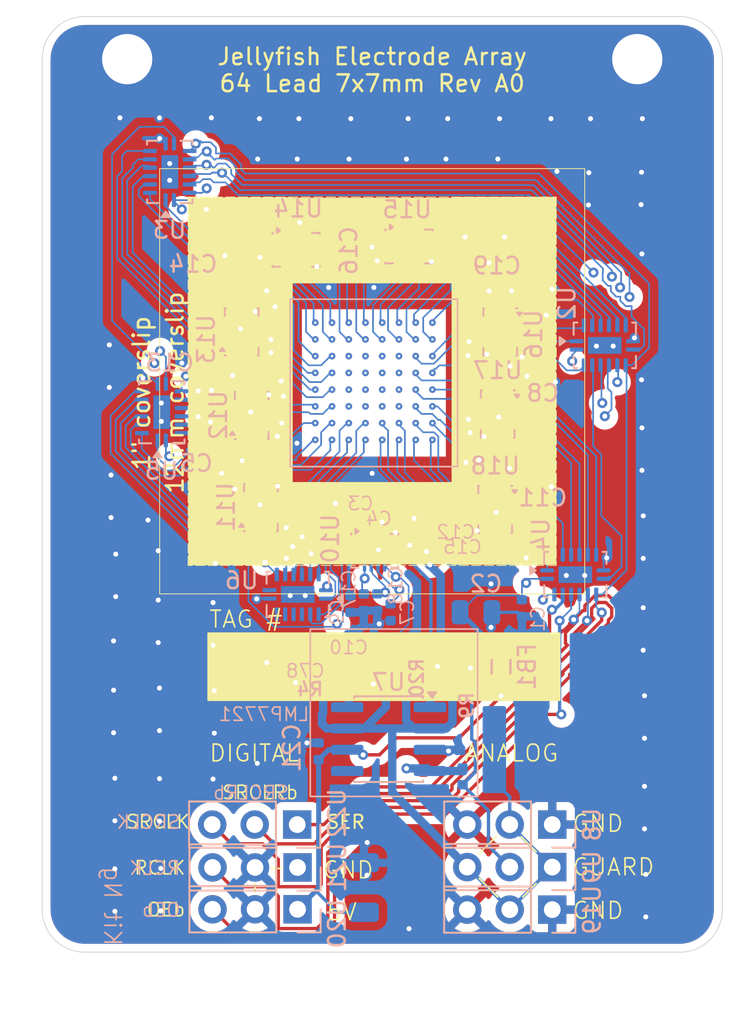
<source format=kicad_pcb>
(kicad_pcb (version 20241229) (generator "pcbnew") (generator_version "9.0")
  (layers (0 "F.Cu" signal) (4 "In1.Cu" signal) (6 "In2.Cu" signal) (2 "B.Cu" signal) (13 "F.Paste" user) (15 "B.Paste" user) (5 "F.SilkS" user "F.Silkscreen") (7 "B.SilkS" user "B.Silkscreen") (1 "F.Mask" user) (3 "B.Mask" user) (25 "Edge.Cuts" user))
  (net 0 "")
  (net 1 "GND")
  (net 2 "+5VD")
  (net 3 "+5V")
  (net 4 "Shift_OEb")
  (net 5 "Shift_SER")
  (net 6 "Shift_SRCLK")
  (net 7 "Shift_RCLK")
  (net 8 "Shift_SRCLRb")
  (net 9 "guard_ring")
  (net 10 "E29")
  (net 11 "E35")
  (net 12 "E55")
  (net 13 "E50")
  (net 14 "E27")
  (net 15 "E63")
  (net 16 "E57")
  (net 17 "E39")
  (net 18 "E20")
  (net 19 "E56")
  (net 20 "E47")
  (net 21 "E12")
  (net 22 "E10")
  (net 23 "E26")
  (net 24 "E58")
  (net 25 "E1")
  (net 26 "E19")
  (net 27 "E46")
  (net 28 "E53")
  (net 29 "E38")
  (net 30 "E7")
  (net 31 "E34")
  (net 32 "E22")
  (net 33 "E4")
  (net 34 "E54")
  (net 35 "E14")
  (net 36 "E61")
  (net 37 "E42")
  (net 38 "E13")
  (net 39 "E62")
  (net 40 "E16")
  (net 41 "E36")
  (net 42 "E48")
  (net 43 "E44")
  (net 44 "E32")
  (net 45 "E25")
  (net 46 "E2")
  (net 47 "E23")
  (net 48 "E5")
  (net 49 "E33")
  (net 50 "E21")
  (net 51 "E3")
  (net 52 "E18")
  (net 53 "E59")
  (net 54 "E17")
  (net 55 "E31")
  (net 56 "E43")
  (net 57 "E9")
  (net 58 "E41")
  (net 59 "E30")
  (net 60 "E40")
  (net 61 "E64")
  (net 62 "E45")
  (net 63 "E15")
  (net 64 "E28")
  (net 65 "E37")
  (net 66 "E11")
  (net 67 "E8")
  (net 68 "E52")
  (net 69 "E6")
  (net 70 "E60")
  (net 71 "E49")
  (net 72 "E51")
  (net 73 "E24")
  (net 74 "Net-(U10-D)")
  (net 75 "Net-(R31-Pad1)")
  (net 76 "S18A0")
  (net 77 "S18A1")
  (net 78 "S18A2")
  (net 79 "S18EN")
  (net 80 "S17A0")
  (net 81 "S17EN")
  (net 82 "S17A2")
  (net 83 "S17A1")
  (net 84 "S15A0")
  (net 85 "S15A1")
  (net 86 "Net-(U2-SER)")
  (net 87 "S15EN")
  (net 88 "S16A1")
  (net 89 "S16A0")
  (net 90 "S16A2")
  (net 91 "S16EN")
  (net 92 "S15A2")
  (net 93 "Net-(U2-QH')")
  (net 94 "S13A2")
  (net 95 "S13A0")
  (net 96 "S13A1")
  (net 97 "S14A0")
  (net 98 "S14A2")
  (net 99 "S14A1")
  (net 100 "S13EN")
  (net 101 "S14EN")
  (net 102 "Net-(U3-QH')")
  (net 103 "S11A2")
  (net 104 "S12A0")
  (net 105 "S11EN")
  (net 106 "S11A1")
  (net 107 "S11A0")
  (net 108 "S12A2")
  (net 109 "S12EN")
  (net 110 "S12A1")
  (net 111 "S11D")
  (net 112 "S12D")
  (net 113 "S17D")
  (net 114 "S18D")
  (net 115 "S13D")
  (net 116 "S14D")
  (net 117 "S15D")
  (net 118 "S16D")
  (net 119 "Net-(U5-QH')")
  (net 120 "S20EN")
  (net 121 "S20A2")
  (net 123 "S20A1")
  (net 124 "S20A0")
  (net 129 "Net-(U7-Vout)")
  (net 130 "Net-(U7-IN-)")
  (net 131 "Net-(U7-IN+)")
  (footprint "KN_ic:Electrode_Array_64_Square" (layer "F.Cu") (at 84.4 76.7)
    (property "Reference" "U1" (hide yes))
    (property "Value" "~" (hide yes))
  )
  (footprint "Package_DFN_QFN:DHVQFN-16-1EP_2.5x3.5mm_P0.5mm_EP1x2mm" (layer "B.Cu") (at 102.1985 78.0582 -90)
    (property "Reference" "U2")
    (property "Value" "SN74LV595ABQBR")
  )
  (footprint "Package_DFN_QFN:UQFN-16_1.8x2.6mm_P0.4mm" (layer "B.Cu") (at 90.5 72.15 -90)
    (property "Reference" "U15")
    (property "Value" "TMUX1108RSVR")
  )
  (footprint "Connector_PinHeader_2.54mm:PinHeader_1x03_P2.54mm_Vertical" (layer "B.Cu") (at 83.82 106.68 90)
    (property "Reference" "U22")
    (property "Value" "DS1023-1x3SF11")
  )
  (footprint "Connector_PinHeader_2.54mm:PinHeader_1x03_P2.54mm_Vertical" (layer "B.Cu") (at 99.06 106.68 90)
    (property "Reference" "U8")
    (property "Value" "DS1023-1x3SF11")
  )
  (footprint "PCM_JLCPCB:C_0402" (layer "B.Cu") (at 88.9 95.7072 180)
    (property "Reference" "C10")
    (property "Value" "47pF")
  )
  (footprint "PCM_JLCPCB:C_0402" (layer "B.Cu") (at 87.4268 97.4344)
    (property "Reference" "C78")
    (property "Value" "10pF")
  )
  (footprint "PCM_JLCPCB:C_0402" (layer "B.Cu") (at 80.4 90.6 180)
    (property "Reference" "C6" (hide yes))
    (property "Value" "100nF")
  )
  (footprint "PCM_JLCPCB:R_0402" (layer "B.Cu") (at 94 97.8 90)
    (property "Reference" "R9")
    (property "Value" "0Ω" (hide yes))
  )
  (footprint "Connector_PinHeader_2.54mm:PinHeader_1x03_P2.54mm_Vertical" (layer "B.Cu") (at 99.06 111.76 90)
    (property "Reference" "U19")
    (property "Value" "DS1023-1x3SF11")
  )
  (footprint "PCM_JLCPCB:C_0402" (layer "B.Cu") (at 85.1 102.3 90)
    (property "Reference" "C21")
    (property "Value" "100nF")
  )
  (footprint "PCM_JLCPCB:C_0402" (layer "B.Cu") (at 88.6 93.4 -90)
    (property "Reference" "C18")
    (property "Value" "47pF")
  )
  (footprint "PCM_JLCPCB:FB_0805" (layer "B.Cu") (at 96 97.25 90)
    (property "Reference" "FB1")
    (property "Value" "~")
  )
  (footprint "PCM_JLCPCB:C_0402" (layer "B.Cu") (at 78.6464 79.9084 180)
    (property "Reference" "C13")
    (property "Value" "100nF")
  )
  (footprint "Package_DFN_QFN:UQFN-16_1.8x2.6mm_P0.4mm" (layer "B.Cu") (at 95.8 82.15 180)
    (property "Reference" "U17")
    (property "Value" "TMUX1108RSVR")
  )
  (footprint "Package_SO:SOIC-8_3.9x4.9mm_P1.27mm" (layer "B.Cu") (at 89.281 101.5746 180)
    (property "Reference" "U7")
    (property "Value" "LMP7721")
  )
  (footprint "Connector_PinHeader_2.54mm:PinHeader_1x03_P2.54mm_Vertical" (layer "B.Cu") (at 99.06 109.22 90)
    (property "Reference" "U9")
    (property "Value" "DS1023-1x3SF11")
  )
  (footprint "Package_DFN_QFN:DHVQFN-16-1EP_2.5x3.5mm_P0.5mm_EP1x2mm" (layer "B.Cu") (at 83.8508 92.9323 90)
    (property "Reference" "U6")
    (property "Value" "SN74LV595ABQBR")
  )
  (footprint "PCM_JLCPCB:C_0402" (layer "B.Cu") (at 88.1 72.4 90)
    (property "Reference" "C16")
    (property "Value" "100nF")
  )
  (footprint "Package_DFN_QFN:UQFN-16_1.8x2.6mm_P0.4mm" (layer "B.Cu") (at 81.1 82.25)
    (property "Reference" "U12")
    (property "Value" "TMUX1108RSVR")
  )
  (footprint "PCM_JLCPCB:C_0402" (layer "B.Cu") (at 89.4 87.4)
    (property "Reference" "C3")
    (property "Value" "47pF")
  )
  (footprint "PCM_JLCPCB:C_0805" (layer "B.Cu") (at 94.5 94)
    (property "Reference" "C2")
    (property "Value" "10uF")
  )
  (footprint "PCM_JLCPCB:C_0402" (layer "B.Cu") (at 98.5 79.75)
    (property "Reference" "C8")
    (property "Value" "100nF")
  )
  (footprint "PCM_JLCPCB:C_0402" (layer "B.Cu") (at 91.3 89.2)
    (property "Reference" "C12")
    (property "Value" "47pF")
  )
  (footprint "PCM_JLCPCB:R_0402" (layer "B.Cu") (at 91.8098 97.7058 -90)
    (property "Reference" "R20")
    (property "Value" "0Ω" (hide yes))
  )
  (footprint "PCM_JLCPCB:C_0402" (layer "B.Cu") (at 80.399 73.2028 180)
    (property "Reference" "C14")
    (property "Value" "100nF")
  )
  (footprint "Package_DFN_QFN:UQFN-16_1.8x2.6mm_P0.4mm" (layer "B.Cu") (at 81.65 87.75)
    (property "Reference" "U11")
    (property "Value" "TMUX1108RSVR")
  )
  (footprint "Connector_PinHeader_2.54mm:PinHeader_1x03_P2.54mm_Vertical" (layer "B.Cu") (at 83.84 109.24 90)
    (property "Reference" "U21")
    (property "Value" "DS1023-1x3SF11")
  )
  (footprint "Package_DFN_QFN:UQFN-16_1.8x2.6mm_P0.4mm" (layer "B.Cu") (at 83.75 72.35 -90)
    (property "Reference" "U14")
    (property "Value" "TMUX1108RSVR")
  )
  (footprint "PCM_JLCPCB:C_0402" (layer "B.Cu") (at 98.5 86)
    (property "Reference" "C11")
    (property "Value" "100nF")
  )
  (footprint "PCM_JLCPCB:C_0402" (layer "B.Cu") (at 87 93.5 -90)
    (property "Reference" "C9")
    (property "Value" "100nF")
  )
  (footprint "Package_DFN_QFN:UQFN-16_1.8x2.6mm_P0.4mm" (layer "B.Cu") (at 95.65 87.85 180)
    (property "Reference" "U18")
    (property "Value" "TMUX1108RSVR")
  )
  (footprint "PCM_JLCPCB:C_0402" (layer "B.Cu") (at 87.8 93.4 -90)
    (property "Reference" "C17")
    (property "Value" "47pF")
  )
  (footprint "PCM_JLCPCB:C_0402" (layer "B.Cu") (at 91.8 90)
    (property "Reference" "C15")
    (property "Value" "47pF")
  )
  (footprint "PCM_JLCPCB:C_1206" (layer "B.Cu") (at 87.8 110.44 90)
    (property "Reference" "C20" (hide yes))
    (property "Value" "47uF")
  )
  (footprint "PCM_JLCPCB:C_0402" (layer "B.Cu") (at 95.75 74.5)
    (property "Reference" "C19")
    (property "Value" "100nF")
  )
  (footprint "Package_DFN_QFN:DHVQFN-16-1EP_2.5x3.5mm_P0.5mm_EP1x2mm" (layer "B.Cu") (at 75.7237 82.0474)
    (property "Reference" "U5")
    (property "Value" "SN74LV595ABQBR")
  )
  (footprint "PCM_JLCPCB:R_0402" (layer "B.Cu") (at 87.4188 98.3488)
    (property "Reference" "R4")
    (property "Value" "10kΩ" (hide yes))
  )
  (footprint "Package_DFN_QFN:UQFN-16_1.8x2.6mm_P0.4mm" (layer "B.Cu") (at 80.5 77.25)
    (property "Reference" "U13")
    (property "Value" "TMUX1108RSVR")
  )
  (footprint "PCM_JLCPCB:C_0402" (layer "B.Cu") (at 90.3 88.4)
    (property "Reference" "C4")
    (property "Value" "47pF")
  )
  (footprint "Package_DFN_QFN:DHVQFN-16-1EP_2.5x3.5mm_P0.5mm_EP1x2mm" (layer "B.Cu") (at 76.2063 67.6964)
    (property "Reference" "U3")
    (property "Value" "SN74LV595ABQBR")
  )
  (footprint "Package_DFN_QFN:UQFN-16_1.8x2.6mm_P0.4mm" (layer "B.Cu") (at 95.95 77.25 180)
    (property "Reference" "U16")
    (property "Value" "TMUX1108RSVR")
  )
  (footprint "PCM_JLCPCB:C_0402" (layer "B.Cu") (at 97.25 93.75 -90)
    (property "Reference" "C1")
    (property "Value" "100nF")
  )
  (footprint "PCM_JLCPCB:C_0402" (layer "B.Cu") (at 89.4 94 -90)
    (property "Reference" "C7")
    (property "Value" "47pF")
  )
  (footprint "PCM_JLCPCB:R_0402" (layer "B.Cu") (at 93.7 103.8 90)
    (property "Reference" "R31" (hide yes))
    (property "Value" "0Ω" (hide yes))
  )
  (footprint "Connector_PinHeader_2.54mm:PinHeader_1x03_P2.54mm_Vertical" (layer "B.Cu") (at 83.84 111.74 90)
    (property "Reference" "U20")
    (property "Value" "DS1023-1x3SF11")
  )
  (footprint "PCM_JLCPCB:C_0402" (layer "B.Cu") (at 79.9084 85.0646 180)
    (property "Reference" "C5")
    (property "Value" "100nF")
  )
  (footprint "Package_DFN_QFN:UQFN-16_1.8x2.6mm_P0.4mm" (layer "B.Cu") (at 88.4428 90.3224 -90)
    (property "Reference" "U10")
    (property "Value" "TMUX1108RSVR")
  )
  (footprint "Package_DFN_QFN:DHVQFN-16-1EP_2.5x3.5mm_P0.5mm_EP1x2mm" (layer "B.Cu") (at 100.4375 91.75 -90)
    (property "Reference" "U4")
    (property "Value" "SN74LV595ABQBR")
  )
  (gr_poly (pts (xy 82.9 77) (xy 82.9 76.4) (xy 83.2 76.7)) (stroke (width 0.05)) (fill yes) (layer "F.SilkS"))
  (gr_rect (start 77.37 69.265) (end 83.5 91.135) (stroke (width 0.1)) (fill yes) (layer "F.SilkS"))
  (gr_rect (start 75.6 67.5) (end 101 92.9) (stroke (width 0.05)) (fill no) (layer "F.SilkS"))
  (gr_line (start 82.9 109.3) (end 82.3 109.3) (stroke (width 0.1)) (layer "F.SilkS"))
  (gr_line (start 97.3 111) (end 98.1 110.2) (stroke (width 0.1)) (layer "F.SilkS"))
  (gr_line (start 94.7 109.9) (end 95.8 111) (stroke (width 0.1)) (layer "F.SilkS"))
  (gr_rect (start 93.095 69.24) (end 99.225 91.11) (stroke (width 0.1)) (fill yes) (layer "F.SilkS"))
  (gr_rect (start 77.365 69.29) (end 99.235 74.3) (stroke (width 0.1)) (fill yes) (layer "F.SilkS"))
  (gr_rect (start 78.5 95.25) (end 99.5 99.25) (stroke (width 0.1)) (fill yes) (layer "F.SilkS"))
  (gr_line (start 81.3 110.2) (end 81.3 110.7) (stroke (width 0.1)) (layer "F.SilkS"))
  (gr_line (start 95.7 107.4) (end 94.7 108.4) (stroke (width 0.1)) (layer "F.SilkS"))
  (gr_rect (start 77.3 69.2) (end 99.3 91.2) (stroke (width 0.05) (type dash)) (fill no) (layer "F.SilkS"))
  (gr_rect (start 77.38 86.27) (end 99.25 91.08) (stroke (width 0.1)) (fill yes) (layer "F.SilkS"))
  (gr_line (start 98.1 108.3) (end 97.2 107.4) (stroke (width 0.1)) (layer "F.SilkS"))
  (gr_rect (start 84.6 95) (end 94.6 105) (stroke (width 0.1)) (fill no) (layer "B.SilkS"))
  (gr_rect (start 83.4 75.3) (end 93.4 85.3) (stroke (width 0.1)) (fill no) (layer "B.SilkS"))
  (gr_line (start 109.22 111.76) (end 109.22 60.96) (stroke (width 0.05)) (layer "Edge.Cuts"))
  (gr_line (start 71.12 114.3) (end 106.68 114.3) (stroke (width 0.05)) (layer "Edge.Cuts"))
  (gr_line (start 106.68 58.42) (end 71.12 58.42) (stroke (width 0.05)) (layer "Edge.Cuts"))
  (gr_arc (start 109.22 111.76) (mid 108.476051 113.556051) (end 106.68 114.3) (stroke (width 0.05)) (layer "Edge.Cuts"))
  (gr_arc (start 71.12 114.3) (mid 69.323949 113.556051) (end 68.58 111.76) (stroke (width 0.05)) (layer "Edge.Cuts"))
  (gr_arc (start 106.68 58.42) (mid 108.476051 59.163949) (end 109.22 60.96) (stroke (width 0.05)) (layer "Edge.Cuts"))
  (gr_arc (start 68.58 60.96) (mid 69.323949 59.163949) (end 71.12 58.42) (stroke (width 0.05)) (layer "Edge.Cuts"))
  (gr_line (start 68.58 60.96) (end 68.58 111.76) (stroke (width 0.05)) (layer "Edge.Cuts"))
  (gr_text "1{dblquote} coverslip" (at 75.1 85.6 90) (layer "F.SilkS") (effects (font (size 1 1)) (justify left bottom)))
  (gr_text "ANALOG" (at 93.75 103 0) (layer "F.SilkS") (effects (font (size 1 1) (thickness 0.1)) (justify left bottom)))
  (gr_text "RCLK\n" (at 74.019998 109.73 0) (layer "F.SilkS") (effects (font (size 0.8 0.8) (thickness 0.1)) (justify left bottom)))
  (gr_text "Jellyfish Electrode Array\n64 Lead 7x7mm Rev A0" (at 88.3 63 0) (layer "F.SilkS") (effects (font (size 1 1)) (justify bottom)))
  (gr_text "DIGITAL" (at 78.5 103 0) (layer "F.SilkS") (effects (font (size 1 1) (thickness 0.1)) (justify left bottom)))
  (gr_text "SER" (at 85.5 107 0) (layer "F.SilkS") (effects (font (size 0.8 0.8) (thickness 0.1)) (justify left bottom)))
  (gr_text "12mm coverslip" (at 77.1 87 90) (layer "F.SilkS") (effects (font (size 1 1)) (justify left bottom)))
  (gr_text "SRCLRb" (at 79.269998 105.23 0) (layer "F.SilkS") (effects (font (size 0.8 0.8) (thickness 0.1)) (justify left bottom)))
  (gr_text "GND" (at 100.2 112.4 0) (layer "F.SilkS") (effects (font (size 1 1) (thickness 0.1)) (justify left bottom)))
  (gr_text "GUARD" (at 100.2 109.8 0) (layer "F.SilkS") (effects (font (size 1 1) (thickness 0.1)) (justify left bottom)))
  (gr_text "TAG #" (at 78.5 95 0) (layer "F.SilkS") (effects (font (size 1 1) (thickness 0.1)) (justify left bottom)))
  (gr_text "GND" (at 85.269998 109.98 0) (layer "F.SilkS") (effects (font (size 1 1) (thickness 0.1)) (justify left bottom)))
  (gr_text "SRCLK" (at 73.519998 106.98 0) (layer "F.SilkS") (effects (font (size 0.8 0.8) (thickness 0.1)) (justify left bottom)))
  (gr_text "5V" (at 85.519998 112.48 0) (layer "F.SilkS") (effects (font (size 1 1) (thickness 0.1)) (justify left bottom)))
  (gr_text "OEb" (at 74.769998 112.23 0) (layer "F.SilkS") (effects (font (size 0.8 0.8) (thickness 0.1)) (justify left bottom)))
  (gr_text "SER" (at 85.519998 106.98 0) (layer "F.SilkS") (effects (font (size 0.8 0.8) (thickness 0.1)) (justify left bottom)))
  (gr_text "GND" (at 100.2 107.2 0) (layer "F.SilkS") (effects (font (size 1 1) (thickness 0.1)) (justify left bottom)))
  (gr_text "OEb" (at 76.9 112.25 0) (layer "B.SilkS") (effects (font (size 0.8 0.8) (thickness 0.1)) (justify left bottom mirror)))
  (gr_text "SRCLRb" (at 83.4 105.25 0) (layer "B.SilkS") (effects (font (size 0.8 0.8) (thickness 0.1)) (justify left bottom mirror)))
  (gr_text "LMP7721" (at 84.6074 100.5586 0) (layer "B.SilkS") (effects (font (size 0.8 0.8) (thickness 0.1)) (justify left bottom mirror)))
  (gr_text "Kit Ng" (at 72.2 114 -90) (layer "B.SilkS") (effects (font (size 1 1) (thickness 0.1)) (justify left bottom mirror)))
  (gr_text "SRCLK" (at 76.9 107 0) (layer "B.SilkS") (effects (font (size 0.8 0.8) (thickness 0.1)) (justify left bottom mirror)))
  (gr_text "RCLK\n" (at 76.9 109.75 0) (layer "B.SilkS") (effects (font (size 0.8 0.8) (thickness 0.1)) (justify left bottom mirror)))
  (via (at 99.25 80.25) (size 0.6) (drill 0.3) (layers "F.Cu" "B.Cu") (net 1))
  (via (at 102.7 78.1) (size 0.6) (drill 0.3) (layers "F.Cu" "B.Cu") (net 1))
  (via (at 95.9104 64.516) (size 0.6) (drill 0.3) (layers "F.Cu" "B.Cu") (net 1))
  (via (at 99.06 74.7014) (size 0.6) (drill 0.3) (layers "F.Cu" "B.Cu") (net 1))
  (via (at 90.8 88.39) (size 0.6) (drill 0.3) (layers "F.Cu" "B.Cu") (net 1))
  (via (at 72.8472 95.7072) (size 0.6) (drill 0.3) (layers "F.Cu" "B.Cu") (net 1))
  (via (at 78.7908 95.9612) (size 0.6) (drill 0.3) (layers "F.Cu" "B.Cu") (net 1))
  (via (at 81.6 87.583518) (size 0.6) (drill 0.3) (layers "F.Cu" "B.Cu") (net 1))
  (via (at 72.8472 98.6536) (size 0.6) (drill 0.3) (layers "F.Cu" "B.Cu") (net 1))
  (via (at 84.3 93) (size 0.6) (drill 0.3) (layers "F.Cu" "B.Cu") (net 1))
  (via (at 90.5 112.9) (size 0.6) (drill 0.3) (layers "F.Cu" "B.Cu") (net 1))
  (via (at 92.8624 102.2858) (size 0.6) (drill 0.3) (layers "F.Cu" "B.Cu") (net 1))
  (via (at 104.5718 98.9838) (size 0.6) (drill 0.3) (layers "F.Cu" "B.Cu") (net 1))
  (via (at 101.219 69.6722) (size 0.6) (drill 0.3) (layers "F.Cu" "B.Cu") (net 1))
  (via (at 73.2282 64.4652) (size 0.6) (drill 0.3) (layers "F.Cu" "B.Cu") (net 1))
  (via (at 90.4494 64.516) (size 0.6) (drill 0.3) (layers "F.Cu" "B.Cu") (net 1))
  (via (at 72.9234 103.9114) (size 0.6) (drill 0.3) (layers "F.Cu" "B.Cu") (net 1))
  (via (at 83.9216 64.516) (size 0.6) (drill 0.3) (layers "F.Cu" "B.Cu") (net 1))
  (via (at 83.82 66.929) (size 0.6) (drill 0.3) (layers "F.Cu" "B.Cu") (net 1))
  (via (at 84.4 101.8) (size 0.6) (drill 0.3) (layers "F.Cu" "B.Cu") (net 1))
  (via (at 75.5142 90.3224) (size 0.6) (drill 0.3) (layers "F.Cu" "B.Cu") (net 1))
  (via (at 104.648 112.1918) (size 0.6) (drill 0.3) (layers "F.Cu" "B.Cu") (net 1))
  (via (at 104.14 60.96) (size 4) (drill 3) (layers "F.Cu" "B.Cu") (net 1))
  (via (at 104.4956 90.7796) (size 0.6) (drill 0.3) (layers "F.Cu" "B.Cu") (net 1))
  (via (at 75.5142 93.2688) (size 0.6) (drill 0.3) (layers "F.Cu" "B.Cu") (net 1))
  (via (at 101 91.8) (size 0.6) (drill 0.3) (layers "F.Cu" "B.Cu") (net 1))
  (via (at 80.0862 86.6394) (size 0.6) (drill 0.3) (layers "F.Cu" "B.Cu") (net 1))
  (via (at 72.6948 88.3412) (size 0.6) (drill 0.3) (layers "F.Cu" "B.Cu") (net 1))
  (via (at 72.9742 93.0656) (size 0.6) (drill 0.3) (layers "F.Cu" "B.Cu") (net 1))
  (via (at 72.8472 101.1936) (size 0.6) (drill 0.3) (layers "F.Cu" "B.Cu") (net 1))
  (via (at 104.394 80.1116) (size 0.6) (drill 0.3) (layers "F.Cu" "B.Cu") (net 1))
  (via (at 75.7 82.6) (size 0.6) (drill 0.3) (layers "F.Cu" "B.Cu") (net 1))
  (via (at 75.6 65.7) (size 0.6) (drill 0.3) (layers "F.Cu" "B.Cu") (net 1))
  (via (at 88 107.75) (size 0.6) (drill 0.3) (layers "F.Cu" "B.Cu") (net 1))
  (via (at 86.106 87.503) (size 0.6) (drill 0.3) (layers "F.Cu" "B.Cu") (net 1))
  (via (at 104.4448 64.516) (size 0.6) (drill 0.3) (layers "F.Cu" "B.Cu") (net 1))
  (via (at 99 86.5) (size 0.6) (drill 0.3) (layers "F.Cu" "B.Cu") (net 1))
  (via (at 104.5718 106.934) (size 0.6) (drill 0.3) (layers "F.Cu" "B.Cu") (net 1))
  (via (at 78.6892 64.4652) (size 0.6) (drill 0.3) (layers "F.Cu" "B.Cu") (net 1))
  (via (at 81.5594 64.516) (size 0.6) (drill 0.3) (layers "F.Cu" "B.Cu") (net 1))
  (via (at 73.66 60.96) (size 4) (drill 3) (layers "F.Cu" "B.Cu") (net 1))
  (via (at 75.7 81.5) (size 0.6) (drill 0.3) (layers "F.Cu" "B.Cu") (net 1))
  (via (at 83.7184 98.1964) (size 0.6) (drill 0.3) (layers "F.Cu" "B.Cu") (net 1))
  (via (at 75.5904 103.9368) (size 0.6) (drill 0.3) (layers "F.Cu" "B.Cu") (net 1))
  (via (at 78.7908 93.4212) (size 0.6) (drill 0.3) (layers "F.Cu" "B.Cu") (net 1))
  (via (at 90.3478 66.929) (size 0.6) (drill 0.3) (layers "F.Cu" "B.Cu") (net 1))
  (via (at 104.4194 72.5932) (size 0.6) (drill 0.3) (layers "F.Cu" "B.Cu") (net 1))
  (via (at 78.867 101.219) (size 0.6) (drill 0.3) (layers "F.Cu" "B.Cu") (net 1))
  (via (at 101.2444 67.7418) (size 0.6) (drill 0.3) (layers "F.Cu" "B.Cu") (net 1))
  (via (at 75.6666 111.8362) (size 0.6) (drill 0.3) (layers "F.Cu" "B.Cu") (net 1))
  (via (at 104.5718 104.394) (size 0.6) (drill 0.3) (layers "F.Cu" "B.Cu") (net 1))
  (via (at 81.042544 82.027187) (size 0.6) (drill 0.3) (layers "F.Cu" "B.Cu") (net 1))
  (via (at 79.5 72.7) (size 0.6) (drill 0.3) (layers "F.Cu" "B.Cu") (net 1))
  (via (at 96.621272 74.799) (size 0.6) (drill 0.3) (layers "F.Cu" "B.Cu") (net 1))
  (via (at 92.71 66.929) (size 0.6) (drill 0.3) (layers "F.Cu" "B.Cu") (net 1))
  (via (at 80.442295 77.072467) (size 0.6) (drill 0.3) (layers "F.Cu" "B.Cu") (net 1))
  (via (at 72.6948 85.8012) (size 0.6) (drill 0.3) (layers "F.Cu" "B.Cu") (net 1))
  (via (at 104.4956 96.266) (size 0.6) (drill 0.3) (layers "F.Cu" "B.Cu") (net 1))
  (via (at 104.3686 69.6468) (size 0.6) (drill 0.3) (layers "F.Cu" "B.Cu") (net 1))
  (via (at 78.7908 103.9622) (size 0.6) (drill 0.3) (layers "F.Cu" "B.Cu") (net 1))
  (via (at 81.4 93.2) (size 0.6) (drill 0.3) (layers "F.Cu" "B.Cu") (net 1))
  (via (at 96.2152 71.5772) (size 0.6) (drill 0.3) (layers "F.Cu" "B.Cu") (net 1))
  (via (at 81.4324 103.0224) (size 0.6) (drill 0.3) (layers "F.Cu" "B.Cu") (net 1))
  (via (at 75.5904 98.5266) (size 0.6) (drill 0.3) (layers "F.Cu" "B.Cu") (net 1))
  (via (at 87.9856 109.7026) (size 0.6) (drill 0.3) (layers "F.Cu" "B.Cu") (net 1))
  (via (at 99.9 91.8) (size 0.6) (drill 0.3) (layers "F.Cu" "B.Cu") (net 1))
  (via (at 78.921491 91.078509) (size 0.6) (drill 0.3) (layers "F.Cu" "B.Cu") (net 1))
  (via (at 101.346 64.516) (size 0.6) (drill 0.3) (layers "F.Cu" "B.Cu") (net 1))
  (via (at 83.965356 70.712409) (size 0.6) (drill 0.3) (layers "F.Cu" "B.Cu") (net 1))
  (via (at 79.3 85.7) (size 0.6) (drill 0.3) (layers "F.Cu" "B.Cu") (net 1))
  (via (at 75.5904 64.4652) (size 0.6) (drill 0.3) (layers "F.Cu" "B.Cu") (net 1))
  (via (at 83.4 93) (size 0.6) (drill 0.3) (layers "F.Cu" "B.Cu") (net 1))
  (via (at 93.853 71.5772) (size 0.6) (drill 0.3) (layers "F.Cu" "B.Cu") (net 1))
  (via (at 72.5932 80.5688) (size 0.6) (drill 0.3) (layers "F.Cu" "B.Cu") (net 1))
  (via (at 76.2 67.2) (size 0.6) (drill 0.3) (layers "F.Cu" "B.Cu") (net 1))
  (via (at 104.4956 88.2396) (size 0.6) (drill 0.3) (layers "F.Cu" "B.Cu") (net 1))
  (via (at 88.672743 90.2724) (size 0.6) (drill 0.3) (layers "F.Cu" "B.Cu") (net 1))
  (via (at 95.867419 82.340616) (size 0.6) (drill 0.3) (layers "F.Cu" "B.Cu") (net 1))
  (via (at 78.867 98.679) (size 0.6) (drill 0.3) (layers "F.Cu" "B.Cu") (net 1))
  (via (at 72.5932 78.0288) (size 0.6) (drill 0.3) (layers "F.Cu" "B.Cu") (net 1))
  (via (at 95.2754 73.1266) (size 0.6) (drill 0.3) (layers "F.Cu" "B.Cu") (net 1))
  (via (at 88.282185 72.187068) (size 0.6) (drill 0.3) (layers "F.Cu" "B.Cu") (net 1))
  (via (at 104.4194 85.5218) (size 0.6) (drill 0.3) (layers "F.Cu" "B.Cu") (net 1))
  (via (at 75.5904 101.0666) (size 0.6) (drill 0.3) (layers "F.Cu" "B.Cu") (net 1))
  (via (at 76.928715 79.112952) (size 0.6) (drill 0.3) (layers "F.Cu" "B.Cu") (net 1))
  (via (at 74.6 80) (size 0.6) (drill 0.3) (layers "F.Cu" "B.Cu") (net 1))
  (via (at 102.3125 90.75) (size 0.6) (drill 0.3) (layers "F.Cu" "B.Cu") (net 1))
  (via (at 95.4 92.3) (size 0.6) (drill 0.3) (layers "F.Cu" "B.Cu") (net 1))
  (via (at 72.9234 111.8616) (size 0.6) (drill 0.3) (layers "F.Cu" "B.Cu") (net 1))
  (via (at 95.4 94.9) (size 0.6) (drill 0.3) (layers "F.Cu" "B.Cu") (net 1))
  (via (at 88.7222 94.6912) (size 0.6) (drill 0.3) (layers "F.Cu" "B.Cu") (net 1))
  (via (at 72.9234 106.4514) (size 0.6) (drill 0.3) (layers "F.Cu" "B.Cu") (net 1))
  (via (at 86.9188 66.929) (size 0.6) (drill 0.3) (layers "F.Cu" "B.Cu") (net 1))
  (via (at 72.9742 90.5256) (size 0.6) (drill 0.3) (layers "F.Cu" "B.Cu") (net 1))
  (via (at 74.9046 88.4936) (size 0.6) (drill 0.3) (layers "F.Cu" "B.Cu") (net 1))
  (via (at 104.4956 93.726) (size 0.6) (drill 0.3) (layers "F.Cu" "B.Cu") (net 1))
  (via (at 75.6666 109.2962) (size 0.6) (drill 0.3) (layers "F.Cu" "B.Cu") (net 1))
  (via (at 98.9838 64.516) (size 0.6) (drill 0.3) (layers "F.Cu" "B.Cu") (net 1))
  (via (at 99.3394 67.6656) (size 0.6) (drill 0.3) (layers "F.Cu" "B.Cu") (net 1))
  (via (at 81.4578 66.929) (size 0.6) (drill 0.3) (layers "F.Cu" "B.Cu") (net 1))
  (via (at 98.7044 76.2508) (size 0.6) (drill 0.3) (layers "F.Cu" "B.Cu") (net 1))
  (via (at 104.394 67.7164) (size 0.6) (drill 0.3) (layers "F.Cu" "B.Cu") (net 1))
  (via (at 82 97) (size 0.6) (drill 0.3) (layers "F.Cu" "B.Cu") (net 1))
  (via (at 75.5904 106.4768) (size 0.6) (drill 0.3) (layers "F.Cu" "B.Cu") (net 1))
  (via (at 101.7 78.1) (size 0.6) (drill 0.3) (layers "F.Cu" "B.Cu") (net 1))
  (via (at 75.5142 95.8088) (size 0.6) (drill 0.3) (layers "F.Cu" "B.Cu") (net 1))
  (via (at 104.5718 101.5238) (size 0.6) (drill 0.3) (layers "F.Cu" "B.Cu") (net 1))
  (via (at 76.2 68.2) (size 0.6) (drill 0.3) (layers "F.Cu" "B.Cu") (net 1))
  (via (at 103.973562 77.610711) (size 0.6) (drill 0.3) (layers "F.Cu" "B.Cu") (net 1))
  (via (at 95.707705 88.027533) (size 0.6) (drill 0.3) (layers "F.Cu" "B.Cu") (net 1))
  (via (at 104.648 109.6518) (size 0.6) (drill 0.3) (layers "F.Cu" "B.Cu") (net 1))
  (via (at 72.9234 109.3216) (size 0.6) (drill 0.3) (layers "F.Cu" "B.Cu") (net 1))
  (via (at 92.8116 64.516) (size 0.6) (drill 0.3) (layers "F.Cu" "B.Cu") (net 1))
  (via (at 104.4194 82.9818) (size 0.6) (drill 0.3) (layers "F.Cu" "B.Cu") (net 1))
  (via (at 95.8088 66.929) (size 0.6) (drill 0.3) (layers "F.Cu" "B.Cu") (net 1))
  (via (at 87.0204 64.516) (size 0.6) (drill 0.3) (layers "F.Cu" "B.Cu") (net 1))
  (segment (start 97 94) (end 97.25 94.25) (width 0.2) (layer "B.Cu") (net 1))
  (segment (start 90.126064 72.301) (end 88.396117 72.301) (width 0.1) (layer "B.Cu") (net 1))
  (segment (start 88.6 94.569) (end 88.669 94.5) (width 0.1) (layer "B.Cu") (net 1))
  (segment (start 83.8508 92.9323) (end 84.4323 92.9323) (width 0.2) (layer "B.Cu") (net 1))
  (segment (start 96.25 74.5) (end 96.322272 74.5) (width 0.1) (layer "B.Cu") (net 1))
  (segment (start 95.75 75.129232) (end 96.25 74.629232) (width 0.1) (layer "B.Cu") (net 1))
  (segment (start 80.461 90.039) (end 79.9 90.6) (width 0.1) (layer "B.Cu") (net 1))
  (segment (start 95.876803 82.35) (end 95.867419 82.340616) (width 0.1) (layer "B.Cu") (net 1))
  (segment (start 81.85 89.452742) (end 81.263742 90.039) (width 0.1) (layer "B.Cu") (net 1))
  (segment (start 80.419828 77.05) (end 80.442295 77.072467) (width 0.1) (layer "B.Cu") (net 1))
  (segment (start 96.25 74.629232) (end 96.25 74.5) (width 0.1) (layer "B.Cu") (net 1))
  (segment (start 91.756 102.2096) (end 92.7862 102.2096) (width 0.3) (layer "B.Cu") (net 1))
  (segment (start 92.3 89.7) (end 91.8 89.2) (width 0.1) (layer "B.Cu") (net 1))
  (segment (start 88.7222 94.6912) (end 88.6088 94.6912) (width 0.1) (layer "B.Cu") (net 1))
  (segment (start 79.4084 85.0646) (end 79.4084 85.5916) (width 0.1) (layer "B.Cu") (net 1))
  (segment (start 102.125 90.9375) (end 102.3125 90.75) (width 0.1) (layer "B.Cu") (net 1))
  (segment (start 79.9 90.6) (end 79.4 90.6) (width 0.1) (layer "B.Cu") (net 1))
  (segment (start 88.7222 94.6912) (end 88.4 95.0134) (width 0.1) (layer "B.Cu") (net 1))
  (segment (start 90.8 88.4) (end 91 88.4) (width 0.1) (layer "B.Cu") (net 1))
  (segment (start 82.9336 97) (end 84.4296 95.504) (width 0.3) (layer "B.Cu") (net 1))
  (segment (start 80.8 87.55) (end 81.566482 87.55) (width 0.1) (layer "B.Cu") (net 1))
  (segment (start 84.4323 92.9323) (end 84.5 93) (width 0.2) (layer "B.Cu") (net 1))
  (segment (start 95.75 76.827064) (end 96.372936 77.45) (width 0.1) (layer "B.Cu") (net 1))
  (segment (start 81.227064 87.55) (end 81.85 88.172936) (width 0.1) (layer "B.Cu") (net 1))
  (segment (start 90.7 71.727064) (end 90.126064 72.301) (width 0.1) (layer "B.Cu") (net 1))
  (segment (start 88.4 95.0134) (end 88.4 95.7072) (width 0.1) (layer "B.Cu") (net 1))
  (segment (start 88.396117 72.301) (end 88.282185 72.187068) (width 0.1) (layer "B.Cu") (net 1))
  (segment (start 91 88.4) (end 91.8 89.2) (width 0.1) (layer "B.Cu") (net 1))
  (segment (start 79.899 73.2028) (end 79.899 73.099) (width 0.1) (layer "B.Cu") (net 1))
  (segment (start 88.422743 90.5224) (end 88.672743 90.2724) (width 0.1) (layer "B.Cu") (net 1))
  (segment (start 80.25 82.05) (end 81.019731 82.05) (width 0.1) (layer "B.Cu") (net 1))
  (segment (start 88.672743 90.2724) (end 88.672743 89.502343) (width 0.1) (layer "B.Cu") (net 1))
  (segment (start 75.4737 80.3599) (end 75.1138 80) (width 0.1) (layer "B.Cu") (net 1))
  (segment (start 96.372936 77.45) (end 96.8 77.45) (width 0.1) (layer "B.Cu") (net 1))
  (segment (start 88.672743 89.502343) (end 88.6428 89.4724) (width 0.1) (layer "B.Cu") (net 1))
  (segment (start 75.1138 80) (end 74.6 80) (width 0.1) (layer "B.Cu") (net 1))
  (segment (start 88.6 93.9) (end 88.7222 94.0222) (width 0.1) (layer "B.Cu") (net 1))
  (segment (start 95.45 87.769828) (end 95.707705 88.027533) (width 0.1) (layer "B.Cu") (net 1))
  (segment (start 81.85 88.172936) (end 81.85 89) (width 0.1) (layer "B.Cu") (net 1))
  (segment (start 87.1928 90.5224) (end 88.422743 90.5224) (width 0.1) (layer "B.Cu") (net 1))
  (segment (start 82 97) (end 82.9336 97) (width 0.3) (layer "B.Cu") (net 1))
  (segment (start 95.6 82.073197) (end 95.867419 82.340616) (width 0.1) (layer "B.Cu") (net 1))
  (segment (start 81.3 82.284643) (end 81.3 83.5) (width 0.1) (layer "B.Cu") (net 1))
  (segment (start 87.7 93.9) (end 88.6 93.9) (width 0.1) (layer "B.Cu") (net 1))
  (segment (start 89.9 87.49) (end 90.8 88.39) (width 0.1) (layer "B.Cu") (net 1))
  (segment (start 99 79.75) (end 99 80) (width 0.1) (layer "B.Cu") (net 1))
  (segment (start 90.7 71.3) (end 90.7 71.727064) (width 0.1) (layer "B.Cu") (net 1))
  (segment (start 89.9 87.4) (end 89.9 87.49) (width 0.1) (layer "B.Cu") (net 1))
  (segment (start 95.6 80.9) (end 95.6 82.073197) (width 0.1) (layer "B.Cu") (net 1))
  (segment (start 75.9089 66.0089) (end 75.6 65.7) (width 0.1) (layer "B.Cu") (net 1))
  (segment (start 80.442295 77.072467) (end 80.7 77.330172) (width 0.1) (layer "B.Cu") (net 1))
  (segment (start 79.4084 85.5916) (end 79.3 85.7) (width 0.1) (layer "B.Cu") (net 1))
  (segment (start 81.566482 87.55) (end 81.6 87.583518) (width 0.1) (layer "B.Cu") (net 1))
  (segment (start 77.350952 79.112952) (end 76.928715 79.112952) (width 0.1) (layer "B.Cu") (net 1))
  (segment (start 86.496 95.504) (end 86.8 95.2) (width 0.3) (layer "B.Cu") (net 1))
  (segment (start 96.322272 74.5) (end 96.621272 74.799) (width 0.1) (layer "B.Cu") (net 1))
  (segment (start 88.6088 94.6912) (end 88.6 94.7) (width 0.1) (layer "B.Cu") (net 1))
  (segment (start 79.65 77.05) (end 80.419828 77.05) (width 0.1) (layer "B.Cu") (net 1))
  (segment (start 82.5 72.55) (end 83.327064 72.55) (width 0.1) (layer "B.Cu") (net 1))
  (segment (start 82.1633 93.1823) (end 81.4177 93.1823) (width 0.1) (layer "B.Cu") (net 1))
  (segment (start 95.730172 88.05) (end 95.707705 88.027533) (width 0.1) (layer "B.Cu") (net 1))
  (segment (start 81.85 89) (end 81.85 89.452742) (width 0.1) (layer "B.Cu") (net 1))
  (segment (start 80.8 87.55) (end 81.227064 87.55) (width 0.1) (layer "B.Cu") (net 1))
  (segment (start 81.042544 82.027187) (end 81.3 82.284643) (width 0.1) (layer "B.Cu") (net 1))
  (segment (start 81.019731 82.05) (end 81.042544 82.027187) (width 0.1) (layer "B.Cu") (net 1))
  (segment (start 99 80) (end 99.25 80.25) (width 0.1) (layer "B.Cu") (net 1))
  (segment (start 87.3072 95.7072) (end 86.8 95.2) (width 0.3) (layer "B.Cu") (net 1))
  (segment (start 81.263742 90.039) (end 80.461 90.039) (width 0.1) (layer "B.Cu") (net 1))
  (segment (start 88.669 94.5) (end 89.4 94.5) (width 0.1) (layer "B.Cu") (net 1))
  (segment (start 92.7862 102.2096) (end 92.8624 102.2858) (width 0.3) (layer "B.Cu") (net 1))
  (segment (start 83.327064 72.55) (end 83.965356 71.911708) (width 0.1) (layer "B.Cu") (net 1))
  (segment (start 79.4 90.6) (end 78.921491 91.078509) (width 0.1) (layer "B.Cu") (net 1))
  (segment (start 99 86) (end 99 86.5) (width 0.1) (layer "B.Cu") (net 1))
  (segment (start 92.3 90) (end 92.3 89.7) (width 0.1) (layer "B.Cu") (net 1))
  (segment (start 81.4177 93.1823) (end 81.4 93.2) (width 0.1) (layer "B.Cu") (net 1))
  (segment (start 83.965356 71.911708) (end 83.965356 70.712409) (width 0.1) (layer "B.Cu") (net 1))
  (segment (start 96.5 88.05) (end 95.730172 88.05) (width 0.1) (layer "B.Cu") (net 1))
  (segment (start 88.6 94.569) (end 88.7222 94.6912) (width 0.1) (layer "B.Cu") (net 1))
  (segment (start 95.75 76) (end 95.75 75.129232) (width 0.1) (layer "B.Cu") (net 1))
  (segment (start 95.45 86.6) (end 95.45 87.769828) (width 0.1) (layer "B.Cu") (net 1))
  (segment (start 79.899 73.099) (end 79.5 72.7) (width 0.1) (layer "B.Cu") (net 1))
  (segment (start 88.6 93.9) (end 88.6 94.569) (width 0.1) (layer "B.Cu") (net 1))
  (segment (start 95.45 94) (end 97 94) (width 0.2) (layer "B.Cu") (net 1))
  (segment (start 84.4296 95.504) (end 86.496 95.504) (width 0.3) (layer "B.Cu") (net 1))
  (segment (start 103.973562 77.776438) (end 103.9375 77.8125) (width 0.1) (layer "B.Cu") (net 1))
  (segment (start 80.7 77.330172) (end 80.7 78.5) (width 0.1) (layer "B.Cu") (net 1))
  (segment (start 75.9563 66.0089) (end 75.9089 66.0089) (width 0.1) (layer "B.Cu") (net 1))
  (segment (start 102.125 91.5) (end 102.125 90.9375) (width 0.1) (layer "B.Cu") (net 1))
  (segment (start 96.65 82.35) (end 95.876803 82.35) (width 0.1) (layer "B.Cu") (net 1))
  (segment (start 78.1464 79.9084) (end 77.350952 79.112952) (width 0.1) (layer "B.Cu") (net 1))
  (segment (start 103.973562 77.610711) (end 103.973562 77.776438) (width 0.1) (layer "B.Cu") (net 1))
  (segment (start 88.4 95.7072) (end 87.3072 95.7072) (width 0.3) (layer "B.Cu") (net 1))
  (segment (start 95.75 76) (end 95.75 76.827064) (width 0.1) (layer "B.Cu") (net 1))
  (via (at 85.601006 92.449425) (size 0.6) (drill 0.3) (layers "F.Cu" "B.Cu") (net 2))
  (via (at 100.25 79) (size 0.6) (drill 0.3) (layers "F.Cu" "B.Cu") (net 2))
  (via (at 97.5 92.250003) (size 0.6) (drill 0.3) (layers "F.Cu" "B.Cu") (net 2))
  (via (at 76.1746 84.6836) (size 0.6) (drill 0.3) (layers "F.Cu" "B.Cu") (net 2))
  (via (at 76.927715 69.935085) (size 0.6) (drill 0.3) (layers "F.Cu" "B.Cu") (net 2))
  (via (at 101.523962 73.708645) (size 0.6) (drill 0.3) (layers "F.Cu" "B.Cu") (net 2))
  (segment (start 76.1746 84.6836) (end 75.9737 84.4827) (width 0.1) (layer "B.Cu") (net 2))
  (segment (start 101.523962 73.708645) (end 97.199217 69.3839) (width 0.1) (layer "B.Cu") (net 2))
  (segment (start 94.55 93) (end 97 93) (width 0.1) (layer "B.Cu") (net 2))
  (segment (start 93.55 94) (end 94.55 93) (width 0.1) (layer "B.Cu") (net 2))
  (segment (start 97.392412 92) (end 98.75 92) (width 0.1) (layer "B.Cu") (net 2))
  (segment (start 97 93) (end 97.25 93.25) (width 0.1) (layer "B.Cu") (net 2))
  (segment (start 100.25 78.625) (end 100.5625 78.3125) (width 0.1) (layer "B.Cu") (net 2))
  (segment (start 85.601006 92.449425) (end 85.5383 92.512131) (width 0.1) (layer "B.Cu") (net 2))
  (segment (start 76.4563 69.3839) (end 76.4563 69.46367) (width 0.1) (layer "B.Cu") (net 2))
  (segment (start 75.9737 84.4827) (end 75.9737 83.7349) (width 0.1) (layer "B.Cu") (net 2))
  (segment (start 97.5 92.25) (end 97.5 92.250003) (width 0.1) (layer "B.Cu") (net 2))
  (segment (start 100.25 79) (end 100.25 78.625) (width 0.1) (layer "B.Cu") (net 2))
  (segment (start 97.25 92.142412) (end 97.321206 92.071206) (width 0.1) (layer "B.Cu") (net 2))
  (segment (start 95.3008 95.7508) (end 93.55 94) (width 0.3) (layer "B.Cu") (net 2))
  (segment (start 76.4563 69.46367) (end 76.927715 69.935085) (width 0.1) (layer "B.Cu") (net 2))
  (segment (start 97.25 93.25) (end 97.25 92.142412) (width 0.1) (layer "B.Cu") (net 2))
  (segment (start 97.321206 92.071206) (end 97.5 92.25) (width 0.1) (layer "B.Cu") (net 2))
  (segment (start 97.199217 69.3839) (end 76.4563 69.3839) (width 0.1) (layer "B.Cu") (net 2))
  (segment (start 95.3008 96.1712) (end 95.3008 95.7508) (width 0.3) (layer "B.Cu") (net 2))
  (segment (start 85.5383 92.512131) (end 85.5383 92.6823) (width 0.1) (layer "B.Cu") (net 2))
  (segment (start 97.321206 92.071206) (end 97.392412 92) (width 0.1) (layer "B.Cu") (net 2))
  (segment (start 96 99) (end 93.5 101.5) (width 0.2032) (layer "F.Cu") (net 3))
  (segment (start 89.75 101.5) (end 88.7356 102.5144) (width 0.2032) (layer "F.Cu") (net 3))
  (segment (start 93.5 101.5) (end 89.75 101.5) (width 0.2032) (layer "F.Cu") (net 3))
  (segment (start 88.7356 102.5144) (end 87.757 102.5144) (width 0.2032) (layer "F.Cu") (net 3))
  (via (at 87.757 102.5144) (size 0.6) (drill 0.3) (layers "F.Cu" "B.Cu") (net 3))
  (via (at 97.543805 79.893805) (size 0.6) (drill 0.3) (layers "F.Cu" "B.Cu") (net 3))
  (via (at 96 99) (size 0.6) (drill 0.3) (layers "F.Cu" "B.Cu") (net 3))
  (via (at 95.291364 74.808636) (size 0.6) (drill 0.3) (layers "F.Cu" "B.Cu") (net 3))
  (via (at 96.5 85.399) (size 0.6) (drill 0.3) (layers "F.Cu" "B.Cu") (net 3))
  (via (at 83.168668 88.95) (size 0.6) (drill 0.3) (layers "F.Cu" "B.Cu") (net 3))
  (via (at 88.6 73) (size 0.6) (drill 0.3) (layers "F.Cu" "B.Cu") (net 3))
  (via (at 81.6 72.8) (size 0.6) (drill 0.3) (layers "F.Cu" "B.Cu") (net 3))
  (via (at 86.2 94.7) (size 0.6) (drill 0.3) (layers "F.Cu" "B.Cu") (net 3))
  (via (at 79.954842 79.863242) (size 0.6) (drill 0.3) (layers "F.Cu" "B.Cu") (net 3))
  (via (at 80.525993 84.947007) (size 0.6) (drill 0.3) (layers "F.Cu" "B.Cu") (net 3))
  (segment (start 96.399 85.5) (end 96.5 85.399) (width 0.1) (layer "B.Cu") (net 3))
  (segment (start 80.261824 79.9084) (end 81.1 79.070224) (width 0.1) (layer "B.Cu") (net 3))
  (segment (start 86.549 93.739726) (end 87 93.288726) (width 0.1) (layer "B.Cu") (net 3))
  (segment (start 79.1464 79.9084) (end 79.909684 79.9084) (width 0.1) (layer "B.Cu") (net 3))
  (segment (start 95.825678 85.5) (end 96.399 85.5) (width 0.1) (layer "B.Cu") (net 3))
  (segment (start 97.25 85.5) (end 98 86.25) (width 0.1) (layer "B.Cu") (net 3))
  (segment (start 82.426489 94.8643) (end 80.9 93.337811) (width 0.1) (layer "B.Cu") (net 3))
  (segment (start 96.772509 79.852651) (end 96.316045 79.852651) (width 0.1) (layer "B.Cu") (net 3))
  (segment (start 86.9 92.9) (end 86.9 91.2152) (width 0.2) (layer "B.Cu") (net 3))
  (segment (start 81.1 79.070224) (end 81.1 78.5) (width 0.1) (layer "B.Cu") (net 3))
  (segment (start 86.806 102.2096) (end 85.6904 102.2096) (width 0.3) (layer "B.Cu") (net 3))
  (segment (start 89 73) (end 89.25 72.75) (width 0.1) (layer "B.Cu") (net 3))
  (segment (start 81.2 90.6) (end 82.25 89.55) (width 0.1) (layer "B.Cu") (net 3))
  (segment (start 85.1 102.8) (end 85.1 110.48) (width 0.3) (layer "B.Cu") (net 3))
  (segment (start 86.2 94.7) (end 86.0357 94.8643) (width 0.1) (layer "B.Cu") (net 3))
  (segment (start 80.4084 85.0646) (end 80.688399 85.0646) (width 0.1) (layer "B.Cu") (net 3))
  (segment (start 85.6904 102.2096) (end 85.1 102.8) (width 0.3) (layer "B.Cu") (net 3))
  (segment (start 87 93.288726) (end 87 93) (width 0.1) (layer "B.Cu") (net 3))
  (segment (start 86.2 94.7) (end 86.398 94.7) (width 0.1) (layer "B.Cu") (net 3))
  (segment (start 95.524678 85.801) (end 95.825678 85.5) (width 0.1) (layer "B.Cu") (net 3))
  (segment (start 95.825678 85.5) (end 97.25 85.5) (width 0.1) (layer "B.Cu") (net 3))
  (segment (start 98 79.75) (end 97.68761 79.75) (width 0.1) (layer "B.Cu") (net 3))
  (segment (start 95.35 74.6) (end 95.25 74.5) (width 0.1) (layer "B.Cu") (net 3))
  (segment (start 87.4522 102.2096) (end 87.757 102.5144) (width 0.3) (layer "B.Cu") (net 3))
  (segment (start 86.22 111.92) (end 84.94 110.64) (width 0.2) (layer "B.Cu") (net 3))
  (segment (start 88 73) (end 88.6 73) (width 0.1) (layer "B.Cu") (net 3))
  (segment (start 95.05 86.6) (end 95.05 86.172936) (width 0.1) (layer "B.Cu") (net 3))
  (segment (start 96.316045 79.852651) (end 96.213394 79.75) (width 0.1) (layer "B.Cu") (net 3))
  (segment (start 86.0357 94.8643) (end 82.426489 94.8643) (width 0.1) (layer "B.Cu") (net 3))
  (segment (start 82.25 89) (end 83.118668 89) (width 0.1) (layer "B.Cu") (net 3))
  (segment (start 95.421936 85.801) (end 95.524678 85.801) (width 0.1) (layer "B.Cu") (net 3))
  (segment (start 84.94 110.64) (end 83.84 111.74) (width 0.3) (layer "B.Cu") (net 3))
  (segment (start 81.7 84.052999) (end 81.7 83.5) (width 0.1) (layer "B.Cu") (net 3))
  (segment (start 85.1 110.48) (end 84.94 110.64) (width 0.3) (layer "B.Cu") (net 3))
  (segment (start 82.25 89.55) (end 82.25 89) (width 0.1) (layer "B.Cu") (net 3))
  (segment (start 82.45 73) (end 82.5 72.95) (width 0.1) (layer "B.Cu") (net 3))
  (segment (start 79.909684 79.9084) (end 79.954842 79.863242) (width 0.1) (layer "B.Cu") (net 3))
  (segment (start 79.1464 79.9084) (end 80.261824 79.9084) (width 0.1) (layer "B.Cu") (net 3))
  (segment (start 86.398 94.7) (end 86.549 94.549) (width 0.1) (layer "B.Cu") (net 3))
  (segment (start 96.213394 79.75) (end 95.922936 79.75) (width 0.1) (layer "B.Cu") (net 3))
  (segment (start 95.922936 79.75) (end 95.2 80.472936) (width 0.1) (layer "B.Cu") (net 3))
  (segment (start 96.87516 79.75) (end 96.772509 79.852651) (width 0.1) (layer "B.Cu") (net 3))
  (segment (start 87.8 111.92) (end 86.22 111.92) (width 0.2) (layer "B.Cu") (net 3))
  (segment (start 80.688399 85.0646) (end 81.7 84.052999) (width 0.1) (layer "B.Cu") (net 3))
  (segment (start 97.68761 79.75) (end 97.543805 79.893805) (width 0.1) (layer "B.Cu") (net 3))
  (segment (start 86.806 102.2096) (end 87.4522 102.2096) (width 0.3) (layer "B.Cu") (net 3))
  (segment (start 98 79.75) (end 96.87516 79.75) (width 0.1) (layer "B.Cu") (net 3))
  (segment (start 95.2 80.472936) (end 95.2 80.9) (width 0.1) (layer "B.Cu") (net 3))
  (segment (start 83.118668 89) (end 83.168668 88.95) (width 0.1) (layer "B.Cu") (net 3))
  (segment (start 80.9 90.6) (end 81.2 90.6) (width 0.1) (layer "B.Cu") (net 3))
  (segment (start 87.1048 91.0104) (end 87.1928 90.9224) (width 0.1) (layer "B.Cu") (net 3))
  (segment (start 95.05 86.172936) (end 95.421936 85.801) (width 0.1) (layer "B.Cu") (net 3))
  (segment (start 86.9 91.2152) (end 87.1928 90.9224) (width 0.2) (layer "B.Cu") (net 3))
  (segment (start 95.291364 74.808636) (end 95.291364 74.541364) (width 0.1) (layer "B.Cu") (net 3))
  (segment (start 81.6 72.8) (end 81.3018 72.8) (width 0.1) (layer "B.Cu") (net 3))
  (segment (start 95.35 76) (end 95.35 74.6) (width 0.1) (layer "B.Cu") (net 3))
  (segment (start 86.549 94.549) (end 86.549 93.739726) (width 0.1) (layer "B.Cu") (net 3))
  (segment (start 81.3018 72.8) (end 80.899 73.2028) (width 0.1) (layer "B.Cu") (net 3))
  (segment (start 81 73) (end 82.45 73) (width 0.1) (layer "B.Cu") (net 3))
  (segment (start 80.9 93.337811) (end 80.9 90.6) (width 0.1) (layer "B.Cu") (net 3))
  (segment (start 88.6 73) (end 89 73) (width 0.1) (layer "B.Cu") (net 3))
  (segment (start 95.291364 74.541364) (end 95.25 74.5) (width 0.1) (layer "B.Cu") (net 3))
  (segment (start 86.052 112.7164) (end 86.052 108.5151) (width 0.2) (layer "F.Cu") (net 4))
  (segment (start 86.052 108.5151) (end 88.5151 106.052) (width 0.2) (layer "F.Cu") (net 4))
  (segment (start 80.312 113.292) (end 85.4764 113.292) (width 0.2) (layer "F.Cu") (net 4))
  (segment (start 98.66987 100.09853) (end 99.59853 100.09853) (width 0.2) (layer "F.Cu") (net 4))
  (segment (start 92.7164 106.052) (end 98.66987 100.09853) (width 0.2) (layer "F.Cu") (net 4))
  (segment (start 85.4764 113.292) (end 86.052 112.7164) (width 0.2) (layer "F.Cu") (net 4))
  (segment (start 78.76 111.74) (end 80.312 113.292) (width 0.2) (layer "F.Cu") (net 4))
  (segment (start 88.5151 106.052) (end 92.7164 106.052) (width 0.2) (layer "F.Cu") (net 4))
  (via (at 77.9018 82.3214) (size 0.6) (drill 0.3) (layers "F.Cu" "B.Cu") (net 4))
  (via (at 99.59853 100.09853) (size 0.6) (drill 0.3) (layers "F.Cu" "B.Cu") (net 4))
  (via (at 84.115249 89.493069) (size 0.6) (drill 0.3) (layers "F.Cu" "B.Cu") (net 4))
  (via (at 102.05 81.5) (size 0.6) (drill 0.3) (layers "F.Cu" "B.Cu") (net 4))
  (via (at 102.6248 73.950195) (size 0.6) (drill 0.3) (layers "F.Cu" "B.Cu") (net 4))
  (via (at 99.5 94.5) (size 0.6) (drill 0.3) (layers "F.Cu" "B.Cu") (net 4))
  (via (at 79.327193 67.748388) (size 0.6) (drill 0.3) (layers "F.Cu" "B.Cu") (net 4))
  (segment (start 79.346481 67.7291) (end 78.7273 67.7291) (width 0.1) (layer "B.Cu") (net 4))
  (segment (start 80.416178 68.7819) (end 79.655678 68.0214) (width 0.1) (layer "B.Cu") (net 4))
  (segment (start 84.115249 89.493069) (end 84.115249 89.547351) (width 0.1) (layer "B.Cu") (net 4))
  (segment (start 77.9018 82.3214) (end 77.8778 82.2974) (width 0.1) (layer "B.Cu") (net 4))
  (segment (start 97.448573 68.7819) (end 80.416178 68.7819) (width 0.1) (layer "B.Cu") (net 4))
  (segment (start 97.453673 68.787) (end 97.448573 68.7819) (width 0.1) (layer "B.Cu") (net 4))
  (segment (start 102 79.25) (end 102 81.45) (width 0.1) (layer "B.Cu") (net 4))
  (segment (start 99.5 94.5) (end 100.1875 93.8125) (width 0.1) (layer "B.Cu") (net 4))
  (segment (start 99.5 94.5) (end 99.5 100) (width 0.2) (layer "B.Cu") (net 4))
  (segment (start 100.1875 93.8125) (end 100.1875 92.9375) (width 0.1) (layer "B.Cu") (net 4))
  (segment (start 78.7273 67.7291) (end 78.746588 67.748388) (width 0.1) (layer "B.Cu") (net 4))
  (segment (start 84.1008 89.5618) (end 84.1008 91.7448) (width 0.1) (layer "B.Cu") (net 4))
  (segment (start 102 81.45) (end 102.05 81.5) (width 0.1) (layer "B.Cu") (net 4))
  (segment (start 102.6248 73.580356) (end 97.831444 68.787) (width 0.1) (layer "B.Cu") (net 4))
  (segment (start 97.831444 68.787) (end 97.453673 68.787) (width 0.1) (layer "B.Cu") (net 4))
  (segment (start 84.115249 89.547351) (end 84.1008 89.5618) (width 0.1) (layer "B.Cu") (net 4))
  (segment (start 77.5178 67.8224) (end 77.3938 67.9464) (width 0.1) (layer "B.Cu") (net 4))
  (segment (start 77.8778 82.2974) (end 76.9112 82.2974) (width 0.1) (layer "B.Cu") (net 4))
  (segment (start 78.746588 67.748388) (end 79.327193 67.748388) (width 0.1) (layer "B.Cu") (net 4))
  (segment (start 79.655678 68.0214) (end 79.638781 68.0214) (width 0.1) (layer "B.Cu") (net 4))
  (segment (start 78.7273 67.7291) (end 78.634 67.8224) (width 0.1) (layer "B.Cu") (net 4))
  (segment (start 78.634 67.8224) (end 77.5178 67.8224) (width 0.1) (layer "B.Cu") (net 4))
  (segment (start 79.638781 68.0214) (end 79.346481 67.7291) (width 0.1) (layer "B.Cu") (net 4))
  (segment (start 99.5 100) (end 99.59853 100.09853) (width 0.2) (layer "B.Cu") (net 4))
  (segment (start 102.6248 73.950195) (end 102.6248 73.580356) (width 0.1) (layer "B.Cu") (net 4))
  (segment (start 83.82 106.68) (end 85.408457 106.68) (width 0.2) (layer "F.Cu") (net 5))
  (segment (start 91.823222 104.426778) (end 98.899 97.351) (width 0.2) (layer "F.Cu") (net 5))
  (segment (start 87.661679 104.426778) (end 91.823222 104.426778) (width 0.2) (layer "F.Cu") (net 5))
  (segment (start 98.899 93.987082) (end 99.042019 93.844063) (width 0.2) (layer "F.Cu") (net 5))
  (segment (start 98.899 97.351) (end 98.899 93.987082) (width 0.2) (layer "F.Cu") (net 5))
  (segment (start 85.408457 106.68) (end 87.661679 104.426778) (width 0.2) (layer "F.Cu") (net 5))
  (via (at 99.042019 93.844063) (size 0.6) (drill 0.3) (layers "F.Cu" "B.Cu") (net 5))
  (segment (start 99.209235 93.844063) (end 99.042019 93.844063) (width 0.2) (layer "B.Cu") (net 5))
  (segment (start 99.6875 93.365798) (end 99.209235 93.844063) (width 0.2) (layer "B.Cu") (net 5))
  (segment (start 99.6875 92.9375) (end 99.6875 93.365798) (width 0.2) (layer "B.Cu") (net 5))
  (segment (start 102.614909 94.262852) (end 102.414909 94.462852) (width 0.2) (layer "F.Cu") (net 6))
  (segment (start 92.3842 105.25) (end 87.972657 105.25) (width 0.2) (layer "F.Cu") (net 6))
  (segment (start 85.25 110.248143) (end 85.107143 110.391) (width 0.2) (layer "F.Cu") (net 6))
  (segment (start 79.891 107.831) (end 78.74 106.68) (width 0.2) (layer "F.Cu") (net 6))
  (segment (start 102.414909 94.652191) (end 100.25 96.8171) (width 0.2) (layer "F.Cu") (net 6))
  (segment (start 99.701 97.6832) (end 93.0671 104.3171) (width 0.2) (layer "F.Cu") (net 6))
  (segment (start 101.412909 93.764966) (end 101.764966 93.412909) (width 0.2) (layer "F.Cu") (net 6))
  (segment (start 101.541479 94.391421) (end 101.412909 94.262852) (width 0.2) (layer "F.Cu") (net 6))
  (segment (start 85.25 108) (end 85.25 110.248143) (width 0.2) (layer "F.Cu") (net 6))
  (segment (start 102.262852 93.412909) (end 102.614909 93.764966) (width 0.2) (layer "F.Cu") (net 6))
  (segment (start 101.412909 94.262852) (end 101.412909 93.764966) (width 0.2) (layer "F.Cu") (net 6))
  (segment (start 100.25 97) (end 99.701 97.549) (width 0.2) (layer "F.Cu") (net 6))
  (segment (start 99.701 97.549) (end 99.701 97.6832) (width 0.2) (layer "F.Cu") (net 6))
  (segment (start 85.5 107.722657) (end 85.5 107.75) (width 0.2) (layer "F.Cu") (net 6))
  (segment (start 100.25 95.6829) (end 101.541479 94.391421) (width 0.2) (layer "F.Cu") (net 6))
  (segment (start 93.0671 104.3171) (end 93.0671 104.5671) (width 0.2) (layer "F.Cu") (net 6))
  (segment (start 85.107143 110.391) (end 82.689 110.391) (width 0.2) (layer "F.Cu") (net 6))
  (segment (start 82.689 110.391) (end 82.689 108.76324) (width 0.2) (layer "F.Cu") (net 6))
  (segment (start 100.25 96.8171) (end 100.25 97) (width 0.2) (layer "F.Cu") (net 6))
  (segment (start 87.972657 105.25) (end 85.5 107.722657) (width 0.2) (layer "F.Cu") (net 6))
  (segment (start 101.764966 93.412909) (end 102.262852 93.412909) (width 0.2) (layer "F.Cu") (net 6))
  (segment (start 101.1375 94.5) (end 100.25 95.3875) (width 0.2) (layer "F.Cu") (net 6))
  (segment (start 102.414909 94.462852) (end 102.414909 94.652191) (width 0.2) (layer "F.Cu") (net 6))
  (segment (start 85.5 107.75) (end 85.25 108) (width 0.2) (layer "F.Cu") (net 6))
  (segment (start 81.75676 107.831) (end 79.891 107.831) (width 0.2) (layer "F.Cu") (net 6))
  (segment (start 82.689 108.76324) (end 81.75676 107.831) (width 0.2) (layer "F.Cu") (net 6))
  (segment (start 93.0671 104.5671) (end 92.3842 105.25) (width 0.2) (layer "F.Cu") (net 6))
  (segment (start 100.25 95.3875) (end 100.25 95.6829) (width 0.2) (layer "F.Cu") (net 6))
  (segment (start 102.614909 93.764966) (end 102.614909 94.262852) (width 0.2) (layer "F.Cu") (net 6))
  (via (at 103.678009 75.163391) (size 0.6) (drill 0.3) (layers "F.Cu" "B.Cu") (net 6))
  (via (at 83.16934 90.779758) (size 0.6) (drill 0.3) (layers "F.Cu" "B.Cu") (net 6))
  (via (at 77.900558 80.778308) (size 0.6) (drill 0.3) (layers "F.Cu" "B.Cu") (net 6))
  (via (at 102.95 80.25) (size 0.6) (drill 0.3) (layers "F.Cu" "B.Cu") (net 6))
  (via (at 78.4127 66.47245) (size 0.6) (drill 0.3) (layers "F.Cu" "B.Cu") (net 6))
  (via (at 101.1375 94.5) (size 0.6) (drill 0.3) (layers "F.Cu" "B.Cu") (net 6))
  (segment (start 79.680103 66.896388) (end 78.974283 66.896388) (width 0.1) (layer "B.Cu") (net 6))
  (segment (start 78.974283 66.896388) (end 78.890523 66.980148) (width 0.1) (layer "B.Cu") (net 6))
  (segment (start 78.890523 66.980148) (end 78.631775 66.7214) (width 0.1) (layer "B.Cu") (net 6))
  (segment (start 103 80.2) (end 103 79.25) (width 0.1) (layer "B.Cu") (net 6))
  (segment (start 97.697929 68.1799) (end 80.665534 68.1799) (width 0.1) (layer "B.Cu") (net 6))
  (segment (start 103.678009 73.782209) (end 98.0808 68.185) (width 0.1) (layer "B.Cu") (net 6))
  (segment (start 77.900558 81.163824) (end 77.766982 81.2974) (width 0.1) (layer "B.Cu") (net 6))
  (segment (start 101.1875 92.9375) (end 101.1875 94.45) (width 0.1) (layer "B.Cu") (net 6))
  (segment (start 83.16934 90.779758) (end 83.16934 91.67626) (width 0.1) (layer "B.Cu") (net 6))
  (segment (start 83.16934 91.67626) (end 83.1008 91.7448) (width 0.1) (layer "B.Cu") (net 6))
  (segment (start 78.165494 66.532294) (end 78.352856 66.532294) (width 0.1) (layer "B.Cu") (net 6))
  (segment (start 101.1875 94.45) (end 101.1375 94.5) (width 0.1) (layer "B.Cu") (net 6))
  (segment (start 80.179193 67.693559) (end 80.179193 67.395478) (width 0.1) (layer "B.Cu") (net 6))
  (segment (start 80.179193 67.395478) (end 79.680103 66.896388) (width 0.1) (layer "B.Cu") (net 6))
  (segment (start 98.0808 68.185) (end 97.703029 68.185) (width 0.1) (layer "B.Cu") (net 6))
  (segment (start 102.95 80.25) (end 103 80.2) (width 0.1) (layer "B.Cu") (net 6))
  (segment (start 77.875388 66.8224) (end 77.5178 66.8224) (width 0.1) (layer "B.Cu") (net 6))
  (segment (start 97.703029 68.185) (end 97.697929 68.1799) (width 0.1) (layer "B.Cu") (net 6))
  (segment (start 77.900558 80.778308) (end 77.900558 81.163824) (width 0.1) (layer "B.Cu") (net 6))
  (segment (start 103.678009 75.163391) (end 103.678009 73.782209) (width 0.1) (layer "B.Cu") (net 6))
  (segment (start 78.352856 66.532294) (end 78.4127 66.47245) (width 0.1) (layer "B.Cu") (net 6))
  (segment (start 78.3546 66.7214) (end 78.165494 66.532294) (width 0.1) (layer "B.Cu") (net 6))
  (segment (start 77.766982 81.2974) (end 76.9112 81.2974) (width 0.1) (layer "B.Cu") (net 6))
  (segment (start 78.165494 66.532294) (end 77.875388 66.8224) (width 0.1) (layer "B.Cu") (net 6))
  (segment (start 80.665534 68.1799) (end 80.179193 67.693559) (width 0.1) (layer "B.Cu") (net 6))
  (segment (start 78.631775 66.7214) (end 78.3546 66.7214) (width 0.1) (layer "B.Cu") (net 6))
  (segment (start 77.5178 66.8224) (end 77.3938 66.9464) (width 0.1) (layer "B.Cu") (net 6))
  (segment (start 99.676818 95.101) (end 99.402035 95.375783) (width 0.2) (layer "F.Cu") (net 7))
  (segment (start 99.402035 95.375783) (end 99.402035 96.530865) (width 0.2) (layer "F.Cu") (net 7))
  (segment (start 93.4681 104.4832) (end 93.4681 104.7332) (width 0.2) (layer "F.Cu") (net 7))
  (segment (start 100.102 97.8493) (end 93.4681 104.4832) (width 0.2) (layer "F.Cu") (net 7))
  (segment (start 85.651 108.349) (end 85.651 112.231) (width 0.2) (layer "F.Cu") (net 7))
  (segment (start 101.011909 93.899) (end 101.011909 93.598866) (width 0.2) (layer "F.Cu") (net 7))
  (segment (start 99.748943 95.101) (end 99.676818 95.101) (width 0.2) (layer "F.Cu") (net 7))
  (segment (start 100.5365 94.251057) (end 100.888557 93.899) (width 0.2) (layer "F.Cu") (net 7))
  (segment (start 82.689 112.891) (end 82.689 110.9581) (width 0.2) (layer "F.Cu") (net 7))
  (segment (start 92.5503 105.651) (end 88.349 105.651) (width 0.2) (layer "F.Cu") (net 7))
  (segment (start 99.96645 95.96645) (end 99.849 95.849) (width 0.2) (layer "F.Cu") (net 7))
  (segment (start 100.888557 93.899) (end 101.011909 93.899) (width 0.2) (layer "F.Cu") (net 7))
  (segment (start 100.5365 94.5339) (end 100.5365 94.251057) (width 0.2) (layer "F.Cu") (net 7))
  (segment (start 102.815909 94.818291) (end 100.651 96.9832) (width 0.2) (layer "F.Cu") (net 7))
  (segment (start 84.991 112.891) (end 82.689 112.891) (width 0.2) (layer "F.Cu") (net 7))
  (segment (start 100.101 94.748943) (end 99.748943 95.101) (width 0.2) (layer "F.Cu") (net 7))
  (segment (start 88.349 105.651) (end 85.651 108.349) (width 0.2) (layer "F.Cu") (net 7))
  (segment (start 102.428952 93.011909) (end 103.015909 93.598866) (width 0.2) (layer "F.Cu") (net 7))
  (segment (start 103.015909 93.598866) (end 103.015909 94.428952) (width 0.2) (layer "F.Cu") (net 7))
  (segment (start 99.849 95.849) (end 99.849 95.2214) (width 0.2) (layer "F.Cu") (net 7))
  (segment (start 82.689 110.9581) (end 82.1219 110.391) (width 0.2) (layer "F.Cu") (net 7))
  (segment (start 93.4681 104.7332) (end 92.5503 105.651) (width 0.2) (layer "F.Cu") (net 7))
  (segment (start 85.651 112.231) (end 84.991 112.891) (width 0.2) (layer "F.Cu") (net 7))
  (segment (start 99.849 95.2214) (end 100.5365 94.5339) (width 0.2) (layer "F.Cu") (net 7))
  (segment (start 100.101 94.676818) (end 100.101 94.748943) (width 0.2) (layer "F.Cu") (net 7))
  (segment (start 100.339914 94.437904) (end 100.101 94.676818) (width 0.2) (layer "F.Cu") (net 7))
  (segment (start 100.651 97.1661) (end 100.102 97.7151) (width 0.2) (layer "F.Cu") (net 7))
  (segment (start 99.402035 96.530865) (end 99.96645 95.96645) (width 0.2) (layer "F.Cu") (net 7))
  (segment (start 82.1219 110.391) (end 79.911 110.391) (width 0.2) (layer "F.Cu") (net 7))
  (segment (start 100.102 97.7151) (end 100.102 97.8493) (width 0.2) (layer "F.Cu") (net 7))
  (segment (start 101.598866 93.011909) (end 102.428952 93.011909) (width 0.2) (layer "F.Cu") (net 7))
  (segment (start 103.015909 94.428952) (end 102.815909 94.628952) (width 0.2) (layer "F.Cu") (net 7))
  (segment (start 100.651 96.9832) (end 100.651 97.1661) (width 0.2) (layer "F.Cu") (net 7))
  (segment (start 101.011909 93.598866) (end 101.598866 93.011909) (width 0.2) (layer "F.Cu") (net 7))
  (segment (start 102.815909 94.628952) (end 102.815909 94.818291) (width 0.2) (layer "F.Cu") (net 7))
  (segment (start 79.911 110.391) (end 78.76 109.24) (width 0.2) (layer "F.Cu") (net 7))
  (via (at 83.5508 90.076558) (size 0.6) (drill 0.3) (layers "F.Cu" "B.Cu") (net 7))
  (via (at 103.112322 74.597704) (size 0.6) (drill 0.3) (layers "F.Cu" "B.Cu") (net 7))
  (via (at 102.2 82.285814) (size 0.6) (drill 0.3) (layers "F.Cu" "B.Cu") (net 7))
  (via (at 78.403543 67.2724) (size 0.6) (drill 0.3) (layers "F.Cu" "B.Cu") (net 7))
  (via (at 78.699887 80.745494) (size 0.6) (drill 0.3) (layers "F.Cu" "B.Cu") (net 7))
  (via (at 100.339914 94.437904) (size 0.6) (drill 0.3) (layers "F.Cu" "B.Cu") (net 7))
  (segment (start 103.1748 73.720963) (end 103.1748 73.704678) (width 0.1) (layer "B.Cu") (net 7))
  (segment (start 102.601 80.851) (end 102.375001 80.625001) (width 0.1) (layer "B.Cu") (net 7))
  (segment (start 78.588988 80.856393) (end 78.588988 81.253212) (width 0.1) (layer "B.Cu") (net 7))
  (segment (start 97.578351 68.486) (end 97.573251 68.4809) (width 0.1) (layer "B.Cu") (net 7))
  (segment (start 103.1748 73.704678) (end 97.956122 68.486) (width 0.1) (layer "B.Cu") (net 7))
  (segment (start 79.878193 67.520156) (end 79.555425 67.197388) (width 0.1) (layer "B.Cu") (net 7))
  (segment (start 103.1748 74.179427) (end 103.1758 74.178427) (width 0.1) (layer "B.Cu") (net 7))
  (segment (start 78.4736 67.3224) (end 77.5178 67.3224) (width 0.1) (layer "B.Cu") (net 7))
  (segment (start 97.573251 68.4809) (end 80.540856 68.4809) (width 0.1) (layer "B.Cu") (net 7))
  (segment (start 100.462839 94.212839) (end 100.6875 93.988178) (width 0.1) (layer "B.Cu") (net 7))
  (segment (start 103.1748 74.344046) (end 103.1748 74.179427) (width 0.1) (layer "B.Cu") (net 7))
  (segment (start 83.7248 91.263212) (end 83.7248 91.6208) (width 0.1) (layer "B.Cu") (net 7))
  (segment (start 78.7819 67.4281) (end 78.5749 67.2211) (width 0.1) (layer "B.Cu") (net 7))
  (segment (start 83.7998 90.6324) (end 83.7998 91.188212) (width 0.1) (layer "B.Cu") (net 7))
  (segment (start 83.7998 91.188212) (end 83.7248 91.263212) (width 0.1) (layer "B.Cu") (net 7))
  (segment (start 103.1758 73.721963) (end 103.1748 73.720963) (width 0.1) (layer "B.Cu") (net 7))
  (segment (start 100.6875 93.988178) (end 100.6875 92.9375) (width 0.1) (layer "B.Cu") (net 7))
  (segment (start 83.445002 90.182356) (end 83.445002 90.277602) (width 0.1) (layer "B.Cu") (net 7))
  (segment (start 102.375001 79.374999) (end 102.5 79.25) (width 0.1) (layer "B.Cu") (net 7))
  (segment (start 80.540856 68.4809) (end 79.878193 67.818237) (width 0.1) (layer "B.Cu") (net 7))
  (segment (start 102.375001 80.625001) (end 102.375001 79.374999) (width 0.1) (layer "B.Cu") (net 7))
  (segment (start 103.1758 74.178427) (end 103.1758 73.721963) (width 0.1) (layer "B.Cu") (net 7))
  (segment (start 83.445002 90.277602) (end 83.7998 90.6324) (width 0.1) (layer "B.Cu") (net 7))
  (segment (start 77.646568 81.7974) (end 76.9112 81.7974) (width 0.1) (layer "B.Cu") (net 7))
  (segment (start 77.673568 81.7704) (end 77.646568 81.7974) (width 0.1) (layer "B.Cu") (net 7))
  (segment (start 77.5178 67.3224) (end 77.3938 67.4464) (width 0.1) (layer "B.Cu") (net 7))
  (segment (start 79.555425 67.197388) (end 79.098961 67.197388) (width 0.1) (layer "B.Cu") (net 7))
  (segment (start 100.462839 94.212839) (end 100.339914 94.335764) (width 0.1) (layer "B.Cu") (net 7))
  (segment (start 97.956122 68.486) (end 97.578351 68.486) (width 0.1) (layer "B.Cu") (net 7))
  (segment (start 78.868248 67.4281) (end 78.7819 67.4281) (width 0.1) (layer "B.Cu") (net 7))
  (segment (start 78.0718 81.7704) (end 77.673568 81.7704) (width 0.1) (layer "B.Cu") (net 7))
  (segment (start 102.2 82.285814) (end 102.601 81.884814) (width 0.1) (layer "B.Cu") (net 7))
  (segment (start 78.588988 81.253212) (end 78.0718 81.7704) (width 0.1) (layer "B.Cu") (net 7))
  (segment (start 102.601 81.884814) (end 102.601 80.851) (width 0.1) (layer "B.Cu") (net 7))
  (segment (start 103.112322 74.406524) (end 103.1748 74.344046) (width 0.1) (layer "B.Cu") (net 7))
  (segment (start 100.339914 94.335764) (end 100.339914 94.437904) (width 0.1) (layer "B.Cu") (net 7))
  (segment (start 83.5508 90.076558) (end 83.445002 90.182356) (width 0.1) (layer "B.Cu") (net 7))
  (segment (start 103.112322 74.597704) (end 103.112322 74.406524) (width 0.1) (layer "B.Cu") (net 7))
  (segment (start 78.5749 67.2211) (end 78.4736 67.3224) (width 0.1) (layer "B.Cu") (net 7))
  (segment (start 78.5236 67.2724) (end 78.403543 67.2724) (width 0.1) (layer "B.Cu") (net 7))
  (segment (start 79.878193 67.818237) (end 79.878193 67.520156) (width 0.1) (layer "B.Cu") (net 7))
  (segment (start 78.699887 80.745494) (end 78.588988 80.856393) (width 0.1) (layer "B.Cu") (net 7))
  (segment (start 79.098961 67.197388) (end 78.868248 67.4281) (width 0.1) (layer "B.Cu") (net 7))
  (segment (start 78.5749 67.2211) (end 78.5236 67.2724) (width 0.1) (layer "B.Cu") (net 7))
  (segment (start 83.7248 91.6208) (end 83.6008 91.7448) (width 0.1) (layer "B.Cu") (net 7))
  (segment (start 92.2181 104.849) (end 92.4879 104.5792) (width 0.2) (layer "F.Cu") (net 8))
  (segment (start 102.013909 94.486091) (end 102.013909 94.013909) (width 0.2) (layer "F.Cu") (net 8))
  (segment (start 84.971 107.7119) (end 84.971 107.684557) (width 0.2) (layer "F.Cu") (net 8))
  (segment (start 84.8519 107.831) (end 84.971 107.7119) (width 0.2) (layer "F.Cu") (net 8))
  (segment (start 84.971 107.684557) (end 87.827779 104.827778) (width 0.2) (layer "F.Cu") (net 8))
  (segment (start 91.693444 104.849) (end 92.2181 104.849) (width 0.2) (layer "F.Cu") (net 8))
  (segment (start 99.3 97.5171) (end 99.3 97.2) (width 0.2) (layer "F.Cu") (net 8))
  (segment (start 82.431 107.831) (end 84.8519 107.831) (width 0.2) (layer "F.Cu") (net 8))
  (segment (start 91.672222 104.827778) (end 91.693444 104.849) (width 0.2) (layer "F.Cu") (net 8))
  (segment (start 81.28 106.68) (end 82.431 107.831) (width 0.2) (layer "F.Cu") (net 8))
  (segment (start 99.3 97.2) (end 102.013909 94.486091) (width 0.2) (layer "F.Cu") (net 8))
  (segment (start 92.4879 104.5792) (end 92.4879 104.3292) (width 0.2) (layer "F.Cu") (net 8))
  (segment (start 92.4879 104.3292) (end 99.3 97.5171) (width 0.2) (layer "F.Cu") (net 8))
  (segment (start 87.827779 104.827778) (end 91.672222 104.827778) (width 0.2) (layer "F.Cu") (net 8))
  (via (at 102.013909 94.013909) (size 0.6) (drill 0.3) (layers "F.Cu" "B.Cu") (net 8))
  (via (at 77.760895 66.008603) (size 0.6) (drill 0.3) (layers "F.Cu" "B.Cu") (net 8))
  (via (at 77.1652 79.9084) (size 0.6) (drill 0.3) (layers "F.Cu" "B.Cu") (net 8))
  (via (at 81.891081 91.011666) (size 0.6) (drill 0.3) (layers "F.Cu" "B.Cu") (net 8))
  (segment (start 77.907298 65.8622) (end 77.760895 66.008603) (width 0.1) (layer "B.Cu") (net 8))
  (segment (start 103.806088 79.2457) (end 104.8505 78.201288) (width 0.1) (layer "B.Cu") (net 8))
  (segment (start 78.184468 65.92145) (end 78.148959 65.956959) (width 0.1) (layer "B.Cu") (net 8))
  (segment (start 76.9112 80.7974) (end 76.9112 80.1624) (width 0.1) (layer "B.Cu") (net 8))
  (segment (start 104.8505 74.3705) (end 98.2726 67.7926) (width 0.1) (layer "B.Cu") (net 8))
  (segment (start 103.5 91.482588) (end 103.5 79.25) (width 0.1) (layer "B.Cu") (net 8))
  (segment (start 101.6875 92.9375) (end 102.045088 92.9375) (width 0.1) (layer "B.Cu") (net 8))
  (segment (start 76.9112 80.1624) (end 77.1652 79.9084) (width 0.1) (layer "B.Cu") (net 8))
  (segment (start 78.9637 66.595388) (end 78.9637 66.244218) (width 0.1) (layer "B.Cu") (net 8))
  (segment (start 101.6875 92.9375) (end 101.6875 93.6875) (width 0.1) (layer "B.Cu") (net 8))
  (segment (start 78.0542 65.8622) (end 77.978 65.8622) (width 0.1) (layer "B.Cu") (net 8))
  (segment (start 81.891081 91.011666) (end 81.891081 91.035081) (width 0.1) (layer "B.Cu") (net 8))
  (segment (start 80.480193 67.2708) (end 79.804781 66.595388) (width 0.1) (layer "B.Cu") (net 8))
  (segment (start 104.8505 78.201288) (end 104.8505 74.3705) (width 0.1) (layer "B.Cu") (net 8))
  (segment (start 79.804781 66.595388) (end 78.9637 66.595388) (width 0.1) (layer "B.Cu") (net 8))
  (segment (start 103.4485 79.2457) (end 103.806088 79.2457) (width 0.1) (layer "B.Cu") (net 8))
  (segment (start 77.978 65.8622) (end 77.3938 66.4464) (width 0.1) (layer "B.Cu") (net 8))
  (segment (start 80.480193 67.568881) (end 80.480193 67.2708) (width 0.1) (layer "B.Cu") (net 8))
  (segment (start 81.891081 91.035081) (end 82.6008 91.7448) (width 0.1) (layer "B.Cu") (net 8))
  (segment (start 78.0542 65.8622) (end 77.907298 65.8622) (width 0.1) (layer "B.Cu") (net 8))
  (segment (start 98.2726 67.7926) (end 80.703912 67.7926) (width 0.1) (layer "B.Cu") (net 8))
  (segment (start 78.640932 65.92145) (end 78.184468 65.92145) (width 0.1) (layer "B.Cu") (net 8))
  (segment (start 102.045088 92.9375) (end 103.5 91.482588) (width 0.1) (layer "B.Cu") (net 8))
  (segment (start 78.148959 65.956959) (end 78.0542 65.8622) (width 0.1) (layer "B.Cu") (net 8))
  (segment (start 80.703912 67.7926) (end 80.480193 67.568881) (width 0.1) (layer "B.Cu") (net 8))
  (segment (start 78.9637 66.244218) (end 78.640932 65.92145) (width 0.1) (layer "B.Cu") (net 8))
  (segment (start 101.6875 93.6875) (end 102.013909 94.013909) (width 0.1) (layer "B.Cu") (net 8))
  (segment (start 92.037992 91.162008) (end 92.9 90.3) (width 0.5) (layer "F.Cu") (net 9))
  (segment (start 91.752974 91.162008) (end 92.037992 91.162008) (width 0.5) (layer "F.Cu") (net 9))
  (segment (start 92.9 90.3) (end 92.9 86) (width 0.5) (layer "F.Cu") (net 9))
  (via (at 83.8 83.9) (size 0.6) (drill 0.3) (layers "F.Cu" "B.Cu") (net 9))
  (via (at 88.4 74.6) (size 0.6) (drill 0.3) (layers "F.Cu" "B.Cu") (net 9))
  (via (at 88.299346 85.700297) (size 0.6) (drill 0.3) (layers "F.Cu" "B.Cu") (net 9))
  (via (at 85.7 74.6) (size 0.6) (drill 0.3) (layers "F.Cu" "B.Cu") (net 9))
  (via (at 91.752974 91.162008) (size 0.6) (drill 0.3) (layers "F.Cu" "B.Cu") (net 9))
  (segment (start 88.011318 96.4682) (end 87.997118 96.454) (width 0.5) (layer "B.Cu") (net 9))
  (segment (start 91.752974 91.162008) (end 91.700766 91.1098) (width 0.5) (layer "B.Cu") (net 9))
  (segment (start 92.400475 96.3676) (end 93.1 97.067125) (width 0.5) (layer "B.Cu") (net 9))
  (segment (start 89.5 104.74) (end 93.98 109.22) (width 0.5) (layer "B.Cu") (net 9))
  (segment (start 87.8332 100.9396) (end 89.1176 99.6552) (width 0.5) (layer "B.Cu") (net 9))
  (segment (start 90.131 96.125882) (end 89.788682 96.4682) (width 0.5) (layer "B.Cu") (net 9))
  (segment (start 91.756 100.9396) (end 90.781001 100.9396) (width 0.5) (layer "B.Cu") (net 9))
  (segment (start 90.33 100.488599) (end 90.33 98.4682) (width 0.5) (layer "B.Cu") (net 9))
  (segment (start 90.131 95.8732) (end 90.131 96.125882) (width 0.5) (layer "B.Cu") (net 9))
  (segment (start 93.1 100.570599) (end 92.730999 100.9396) (width 0.5) (layer "B.Cu") (net 9))
  (segment (start 90.33 98.4682) (end 90.9574 97.8408) (width 0.5) (layer "B.Cu") (net 9))
  (segment (start 90.463391 91.702885) (end 90.976801 92.216295) (width 0.5) (layer "B.Cu") (net 9))
  (segment (start 89.1176 97.7536) (end 88.9 97.536) (width 0.5) (layer "B.Cu") (net 9))
  (segment (start 87.8332 100.9396) (end 89.5 100.9396) (width 0.5) (layer "B.Cu") (net 9))
  (segment (start 85.3694 100.0306) (end 85.3 100.1) (width 0.5) (layer "B.Cu") (net 9))
  (segment (start 99.06 109.22) (end 96.52 106.68) (width 0.2) (layer "B.Cu") (net 9))
  (segment (start 93.1 97.067125) (end 93.1 100.570599) (width 0.5) (layer "B.Cu") (net 9))
  (segment (start 92.730999 100.9396) (end 91.756 100.9396) (width 0.5) (layer "B.Cu") (net 9))
  (segment (start 91.6686 91.1098) (end 92.400475 91.841675) (width 0.5) (layer "B.Cu") (net 9))
  (segment (start 85.58356 100.9396) (end 86.806 100.9396) (width 0.5) (layer "B.Cu") (net 9))
  (segment (start 85.3 100.65604) (end 85.58356 100.9396) (width 0.5) (layer "B.Cu") (net 9))
  (segment (start 89.1176 99.6552) (end 89.1176 97.7536) (width 0.5) (layer "B.Cu") (net 9))
  (segment (start 89.5 100.9396) (end 89.5 104.74) (width 0.5) (layer "B.Cu") (net 9))
  (segment (start 86.806 100.9396) (end 87.8332 100.9396) (width 0.5) (layer "B.Cu") (net 9))
  (segment (start 91.700766 91.1098) (end 91.6686 91.1098) (width 0.5) (layer "B.Cu") (net 9))
  (segment (start 89.5 100.9396) (end 91.756 100.9396) (width 0.5) (layer "B.Cu") (net 9))
  (segment (start 85.3694 96.5454) (end 85.3694 100.0306) (width 0.5) (layer "B.Cu") (net 9))
  (segment (start 93.98 109.22) (end 96.52 111.76) (width 0.2) (layer "B.Cu") (net 9))
  (segment (start 85.4608 96.454) (end 85.3694 96.5454) (width 0.5) (layer "B.Cu") (net 9))
  (segment (start 90.976801 95.027399) (end 90.131 95.8732) (width 0.5) (layer "B.Cu") (net 9))
  (segment (start 96.52 106.68) (end 96.52 105.02) (width 0.2) (layer "B.Cu") (net 9))
  (segment (start 85.3 100.1) (end 85.3 100.65604) (width 0.5) (layer "B.Cu") (net 9))
  (segment (start 96.52 105.02) (end 96.1 104.6) (width 0.2) (layer "B.Cu") (net 9))
  (segment (start 96.52 111.76) (end 99.06 109.22) (width 0.2) (layer "B.Cu") (net 9))
  (segment (start 87.997118 96.454) (end 85.4608 96.454) (width 0.5) (layer "B.Cu") (net 9))
  (segment (start 89.788682 96.4682) (end 88.011318 96.4682) (width 0.5) (layer "B.Cu") (net 9))
  (segment (start 90.976801 92.216295) (end 90.976801 95.027399) (width 0.5) (layer "B.Cu") (net 9))
  (segment (start 92.400475 91.841675) (end 92.400475 96.3676) (width 0.5) (layer "B.Cu") (net 9))
  (segment (start 90.781001 100.9396) (end 90.33 100.488599) (width 0.5) (layer "B.Cu") (net 9))
  (via (at 97.25 78.75) (size 0.6) (drill 0.3) (layers "F.Cu" "B.Cu") (net 10))
  (segment (start 97.25 78.3) (end 96.8 77.85) (width 0.1) (layer "B.Cu") (net 10))
  (segment (start 97.25 78.75) (end 97.25 78.3) (width 0.1) (layer "B.Cu") (net 10))
  (via (at 82.86583 80.188012) (size 0.6) (drill 0.3) (layers "F.Cu" "B.Cu") (net 11))
  (segment (start 82.725818 80.048) (end 82.86583 80.188012) (width 0.1) (layer "B.Cu") (net 11))
  (segment (start 80.9 81) (end 80.9 80.547258) (width 0.1) (layer "B.Cu") (net 11))
  (segment (start 81.399258 80.048) (end 82.725818 80.048) (width 0.1) (layer "B.Cu") (net 11))
  (segment (start 80.9 80.547258) (end 81.399258 80.048) (width 0.1) (layer "B.Cu") (net 11))
  (segment (start 94.8 87.65) (end 94.372936 87.65) (width 0.1) (layer "B.Cu") (net 12))
  (segment (start 91.999322 83.25) (end 91.35 83.25) (width 0.1) (layer "B.Cu") (net 12))
  (segment (start 91.35 83.25) (end 90.8 82.7) (width 0.1) (layer "B.Cu") (net 12))
  (segment (start 92.25 85.527064) (end 92.25 83.500678) (width 0.1) (layer "B.Cu") (net 12))
  (segment (start 94.372936 87.65) (end 92.25 85.527064) (width 0.1) (layer "B.Cu") (net 12))
  (segment (start 92.25 83.500678) (end 91.999322 83.25) (width 0.1) (layer "B.Cu") (net 12))
  (segment (start 85.8 82.7) (end 85.25 83.25) (width 0.1) (layer "B.Cu") (net 13))
  (segment (start 85.25 84) (end 84.051 85.199) (width 0.1) (layer "B.Cu") (net 13))
  (segment (start 84.051 85.199) (end 82.298258 85.199) (width 0.1) (layer "B.Cu") (net 13))
  (segment (start 81.45 86.047258) (end 81.45 86.5) (width 0.1) (layer "B.Cu") (net 13))
  (segment (start 82.298258 85.199) (end 81.45 86.047258) (width 0.1) (layer "B.Cu") (net 13))
  (segment (start 85.25 83.25) (end 85.25 84) (width 0.1) (layer "B.Cu") (net 13))
  (via (at 82.25 77.699997) (size 0.6) (drill 0.3) (layers "F.Cu" "B.Cu") (net 14))
  (segment (start 82.000003 77.45) (end 82.25 77.699997) (width 0.1) (layer "B.Cu") (net 14))
  (segment (start 81.35 77.45) (end 82.000003 77.45) (width 0.1) (layer "B.Cu") (net 14))
  (segment (start 90.8 83.7) (end 90.8 84.92842) (width 0.1) (layer "B.Cu") (net 15))
  (segment (start 94.32158 88.45) (end 94.8 88.45) (width 0.1) (layer "B.Cu") (net 15))
  (segment (start 90.8 84.92842) (end 94.32158 88.45) (width 0.1) (layer "B.Cu") (net 15))
  (segment (start 81.05 86.5) (end 81.05 86.02158) (width 0.1) (layer "B.Cu") (net 16))
  (segment (start 83.75 84.75) (end 84.8 83.7) (width 0.1) (layer "B.Cu") (net 16))
  (segment (start 82.17358 84.898) (end 83.75 84.898) (width 0.1) (layer "B.Cu") (net 16))
  (segment (start 83.75 84.898) (end 83.75 84.75) (width 0.1) (layer "B.Cu") (net 16))
  (segment (start 81.05 86.02158) (end 82.17358 84.898) (width 0.1) (layer "B.Cu") (net 16))
  (segment (start 94.95 81.95) (end 94.2 81.95) (width 0.1) (layer "B.Cu") (net 17))
  (segment (start 93.5 81.25) (end 91.35 81.25) (width 0.1) (layer "B.Cu") (net 17))
  (segment (start 94.2 81.95) (end 93.5 81.25) (width 0.1) (layer "B.Cu") (net 17))
  (segment (start 91.35 81.25) (end 90.8 80.7) (width 0.1) (layer "B.Cu") (net 17))
  (via (at 82.5 75.75) (size 0.6) (drill 0.3) (layers "F.Cu" "B.Cu") (net 18))
  (segment (start 80.923936 75.349) (end 82.099 75.349) (width 0.1) (layer "B.Cu") (net 18))
  (segment (start 80.7 75.572936) (end 80.923936 75.349) (width 0.1) (layer "B.Cu") (net 18))
  (segment (start 80.7 76) (end 80.7 75.572936) (width 0.1) (layer "B.Cu") (net 18))
  (segment (start 82.099 75.349) (end 82.5 75.75) (width 0.1) (layer "B.Cu") (net 18))
  (segment (start 93.25 85.7) (end 93.25 84.075) (width 0.1) (layer "B.Cu") (net 19))
  (segment (start 91.875 82.7) (end 91.8 82.7) (width 0.1) (layer "B.Cu") (net 19))
  (segment (start 94.8 87.25) (end 93.25 85.7) (width 0.1) (layer "B.Cu") (net 19))
  (segment (start 93.25 84.075) (end 91.875 82.7) (width 0.1) (layer "B.Cu") (net 19))
  (segment (start 92.363189 82.513189) (end 92.251 82.513189) (width 0.1) (layer "B.Cu") (net 20))
  (segment (start 93.293256 83.625928) (end 93.293256 83.443256) (width 0.1) (layer "B.Cu") (net 20))
  (segment (start 91.251 82.151) (end 90.8 81.7) (width 0.1) (layer "B.Cu") (net 20))
  (segment (start 92.251 82.513189) (end 91.888811 82.151) (width 0.1) (layer "B.Cu") (net 20))
  (segment (start 93.293256 83.443256) (end 92.363189 82.513189) (width 0.1) (layer "B.Cu") (net 20))
  (segment (start 96 83.4) (end 96 83.852742) (width 0.1) (layer "B.Cu") (net 20))
  (segment (start 95.500742 84.352) (end 94.202 84.352) (width 0.1) (layer "B.Cu") (net 20))
  (segment (start 91.888811 82.151) (end 91.251 82.151) (width 0.1) (layer "B.Cu") (net 20))
  (segment (start 93.792346 84.125018) (end 93.293256 83.625928) (width 0.1) (layer "B.Cu") (net 20))
  (segment (start 93.975018 84.125018) (end 93.792346 84.125018) (width 0.1) (layer "B.Cu") (net 20))
  (segment (start 94.202 84.352) (end 93.975018 84.125018) (width 0.1) (layer "B.Cu") (net 20))
  (segment (start 96 83.852742) (end 95.500742 84.352) (width 0.1) (layer "B.Cu") (net 20))
  (segment (start 87.238 73.330516) (end 87.349 73.441516) (width 0.1) (layer "B.Cu") (net 21))
  (segment (start 87.349 77.249) (end 87.8 77.7) (width 0.1) (layer "B.Cu") (net 21))
  (segment (start 87.349 73.441516) (end 87.349 77.249) (width 0.1) (layer "B.Cu") (net 21))
  (segment (start 85 71.75) (end 85.824322 71.75) (width 0.1) (layer "B.Cu") (net 21))
  (segment (start 87.238 73.163678) (end 87.238 73.330516) (width 0.1) (layer "B.Cu") (net 21))
  (segment (start 85.824322 71.75) (end 87.238 73.163678) (width 0.1) (layer "B.Cu") (net 21))
  (segment (start 83.95 73.2) (end 83.95 74.267056) (width 0.1) (layer "B.Cu") (net 22))
  (segment (start 83.95 74.267056) (end 85.349 75.666056) (width 0.1) (layer "B.Cu") (net 22))
  (segment (start 85.349 77.249) (end 85.8 77.7) (width 0.1) (layer "B.Cu") (net 22))
  (segment (start 85.349 75.666056) (end 85.349 77.249) (width 0.1) (layer "B.Cu") (net 22))
  (segment (start 83 77.635811) (end 83 78.691595) (width 0.1) (layer "B.Cu") (net 23))
  (segment (start 85.25 80.25) (end 85.8 79.7) (width 0.1) (layer "B.Cu") (net 23))
  (segment (start 81.35 77.05) (end 82.414189 77.05) (width 0.1) (layer "B.Cu") (net 23))
  (segment (start 82.414189 77.05) (end 83 77.635811) (width 0.1) (layer "B.Cu") (net 23))
  (segment (start 83 78.691595) (end 84.558405 80.25) (width 0.1) (layer "B.Cu") (net 23))
  (segment (start 84.558405 80.25) (end 85.25 80.25) (width 0.1) (layer "B.Cu") (net 23))
  (segment (start 84.625 85.5) (end 85.8 84.325) (width 0.1) (layer "B.Cu") (net 24))
  (segment (start 85.8 84.325) (end 85.8 83.7) (width 0.1) (layer "B.Cu") (net 24))
  (segment (start 82.422936 85.5) (end 84.625 85.5) (width 0.1) (layer "B.Cu") (net 24))
  (segment (start 81.85 86.072936) (end 82.422936 85.5) (width 0.1) (layer "B.Cu") (net 24))
  (segment (start 81.85 86.5) (end 81.85 86.072936) (width 0.1) (layer "B.Cu") (net 24))
  (segment (start 83.55 73.2) (end 83.55 74.292734) (width 0.1) (layer "B.Cu") (net 25))
  (segment (start 83.55 74.292734) (end 84.8 75.542734) (width 0.1) (layer "B.Cu") (net 25))
  (segment (start 84.8 75.542734) (end 84.8 76.7) (width 0.1) (layer "B.Cu") (net 25))
  (via (at 82 74.799) (size 0.6) (drill 0.3) (layers "F.Cu" "B.Cu") (net 26))
  (segment (start 80.3 76) (end 80.3 75.547258) (width 0.1) (layer "B.Cu") (net 26))
  (segment (start 80.3 75.547258) (end 81.048258 74.799) (width 0.1) (layer "B.Cu") (net 26))
  (segment (start 81.048258 74.799) (end 82 74.799) (width 0.1) (layer "B.Cu") (net 26))
  (via (at 94.686192 84.902) (size 0.6) (drill 0.3) (layers "F.Cu" "B.Cu") (net 27))
  (segment (start 94.686192 84.902) (end 94.935192 84.653) (width 0.1) (layer "B.Cu") (net 27))
  (segment (start 95.62542 84.653) (end 95.781446 84.496974) (width 0.1) (layer "B.Cu") (net 27))
  (segment (start 96.4 84.096974) (end 96.4 83.4) (width 0.1) (layer "B.Cu") (net 27))
  (segment (start 96 84.496974) (end 96.4 84.096974) (width 0.1) (layer "B.Cu") (net 27))
  (segment (start 94.935192 84.653) (end 95.62542 84.653) (width 0.1) (layer "B.Cu") (net 27))
  (segment (start 95.781446 84.496974) (end 96 84.496974) (width 0.1) (layer "B.Cu") (net 27))
  (segment (start 96.25 89.57842) (end 95.47542 90.353) (width 0.1) (layer "B.Cu") (net 28))
  (segment (start 89.251 83.886811) (end 89.251 83.513189) (width 0.1) (layer "B.Cu") (net 28))
  (segment (start 94.106078 90.353) (end 89.25 85.496922) (width 0.1) (layer "B.Cu") (net 28))
  (segment (start 89.251 83.513189) (end 89.25 83.512189) (width 0.1) (layer "B.Cu") (net 28))
  (segment (start 89.25 83.15) (end 88.8 82.7) (width 0.1) (layer "B.Cu") (net 28))
  (segment (start 96.25 89.1) (end 96.25 89.57842) (width 0.1) (layer "B.Cu") (net 28))
  (segment (start 89.25 85.496922) (end 89.25 83.887811) (width 0.1) (layer "B.Cu") (net 28))
  (segment (start 89.25 83.887811) (end 89.251 83.886811) (width 0.1) (layer "B.Cu") (net 28))
  (segment (start 95.47542 90.353) (end 94.106078 90.353) (width 0.1) (layer "B.Cu") (net 28))
  (segment (start 89.25 83.512189) (end 89.25 83.15) (width 0.1) (layer "B.Cu") (net 28))
  (via (at 94.048903 82.478839) (size 0.6) (drill 0.3) (layers "F.Cu" "B.Cu") (net 29))
  (segment (start 94.95 82.35) (end 94.177742 82.35) (width 0.1) (layer "B.Cu") (net 29))
  (segment (start 94.177742 82.35) (end 94.048903 82.478839) (width 0.1) (layer "B.Cu") (net 29))
  (segment (start 92.702 72.449258) (end 92.202742 71.95) (width 0.1) (layer "B.Cu") (net 30))
  (segment (start 90.8 76.2) (end 92.702 74.298) (width 0.1) (layer "B.Cu") (net 30))
  (segment (start 92.202742 71.95) (end 91.75 71.95) (width 0.1) (layer "B.Cu") (net 30))
  (segment (start 92.702 74.298) (end 92.702 72.449258) (width 0.1) (layer "B.Cu") (net 30))
  (segment (start 90.8 76.7) (end 90.8 76.2) (width 0.1) (layer "B.Cu") (net 30))
  (segment (start 83.094062 79.637012) (end 83.41683 79.95978) (width 0.1) (layer "B.Cu") (net 31))
  (segment (start 84.379525 81.151) (end 85.349 81.151) (width 0.1) (layer "B.Cu") (net 31))
  (segment (start 85.349 81.151) (end 85.8 80.7) (width 0.1) (layer "B.Cu") (net 31))
  (segment (start 80.5 81) (end 80.5 80.52158) (width 0.1) (layer "B.Cu") (net 31))
  (segment (start 80.5 80.52158) (end 81.384568 79.637012) (width 0.1) (layer "B.Cu") (net 31))
  (segment (start 81.384568 79.637012) (end 83.094062 79.637012) (width 0.1) (layer "B.Cu") (net 31))
  (segment (start 83.41683 79.95978) (end 83.41683 80.188305) (width 0.1) (layer "B.Cu") (net 31))
  (segment (start 83.41683 80.188305) (end 84.379525 81.151) (width 0.1) (layer "B.Cu") (net 31))
  (via (at 94.082815 77.832815) (size 0.6) (drill 0.3) (layers "F.Cu" "B.Cu") (net 32))
  (segment (start 95.1 77.45) (end 94.46563 77.45) (width 0.1) (layer "B.Cu") (net 32))
  (segment (start 94.46563 77.45) (end 94.082815 77.832815) (width 0.1) (layer "B.Cu") (net 32))
  (segment (start 84.451 71.399) (end 85.899 71.399) (width 0.1) (layer "B.Cu") (net 33))
  (segment (start 87.8 73.431) (end 87.8 76.7) (width 0.1) (layer "B.Cu") (net 33))
  (segment (start 87.539 73.205838) (end 87.764162 73.431) (width 0.1) (layer "B.Cu") (net 33))
  (segment (start 84.35 71.5) (end 84.451 71.399) (width 0.1) (layer "B.Cu") (net 33))
  (segment (start 87.764162 73.431) (end 87.8 73.431) (width 0.1) (layer "B.Cu") (net 33))
  (segment (start 87.539 73.039) (end 87.539 73.205838) (width 0.1) (layer "B.Cu") (net 33))
  (segment (start 85.899 71.399) (end 87.539 73.039) (width 0.1) (layer "B.Cu") (net 33))
  (segment (start 90.251 83.151) (end 89.8 82.7) (width 0.1) (layer "B.Cu") (net 34))
  (segment (start 95.45 89.527064) (end 95.226064 89.751) (width 0.1) (layer "B.Cu") (net 34))
  (segment (start 95.45 89.1) (end 95.45 89.527064) (width 0.1) (layer "B.Cu") (net 34))
  (segment (start 90.251 85.646566) (end 90.251 83.151) (width 0.1) (layer "B.Cu") (net 34))
  (segment (start 94.355434 89.751) (end 90.251 85.646566) (width 0.1) (layer "B.Cu") (net 34))
  (segment (start 95.226064 89.751) (end 94.355434 89.751) (width 0.1) (layer "B.Cu") (net 34))
  (segment (start 89.25 75.806095) (end 89.25 77.15) (width 0.1) (layer "B.Cu") (net 35))
  (segment (start 90.7 74.356095) (end 89.25 75.806095) (width 0.1) (layer "B.Cu") (net 35))
  (segment (start 89.25 77.15) (end 89.8 77.7) (width 0.1) (layer "B.Cu") (net 35))
  (segment (start 90.7 73) (end 90.7 74.356095) (width 0.1) (layer "B.Cu") (net 35))
  (segment (start 95.600098 90.654) (end 96.601 89.653098) (width 0.1) (layer "B.Cu") (net 36))
  (segment (start 88.8 83.7) (end 88.8 85.4726) (width 0.1) (layer "B.Cu") (net 36))
  (segment (start 93.9814 90.654) (end 95.600098 90.654) (width 0.1) (layer "B.Cu") (net 36))
  (segment (start 88.8 85.4726) (end 93.9814 90.654) (width 0.1) (layer "B.Cu") (net 36))
  (segment (start 96.601 89.653098) (end 96.601 88.551) (width 0.1) (layer "B.Cu") (net 36))
  (segment (start 96.601 88.551) (end 96.5 88.45) (width 0.1) (layer "B.Cu") (net 36))
  (segment (start 85.349 82.151) (end 85.8 81.7) (width 0.1) (layer "B.Cu") (net 37))
  (segment (start 81.95 82.05) (end 84.512189 82.05) (width 0.1) (layer "B.Cu") (net 37))
  (segment (start 84.512189 82.05) (end 84.613189 82.151) (width 0.1) (layer "B.Cu") (net 37))
  (segment (start 84.613189 82.151) (end 85.349 82.151) (width 0.1) (layer "B.Cu") (net 37))
  (segment (start 89.9 73) (end 89.9 74.1) (width 0.1) (layer "B.Cu") (net 38))
  (segment (start 89.9 74.1) (end 88.349 75.651) (width 0.1) (layer "B.Cu") (net 38))
  (segment (start 88.349 75.651) (end 88.349 77.249) (width 0.1) (layer "B.Cu") (net 38))
  (segment (start 88.349 77.249) (end 88.8 77.7) (width 0.1) (layer "B.Cu") (net 38))
  (segment (start 95.85 89.552742) (end 95.350742 90.052) (width 0.1) (layer "B.Cu") (net 39))
  (segment (start 94.230756 90.052) (end 89.8 85.621244) (width 0.1) (layer "B.Cu") (net 39))
  (segment (start 89.8 85.621244) (end 89.8 83.7) (width 0.1) (layer "B.Cu") (net 39))
  (segment (start 95.85 89.1) (end 95.85 89.552742) (width 0.1) (layer "B.Cu") (net 39))
  (segment (start 95.350742 90.052) (end 94.230756 90.052) (width 0.1) (layer "B.Cu") (net 39))
  (segment (start 93.003 72.32458) (end 92.22842 71.55) (width 0.1) (layer "B.Cu") (net 40))
  (segment (start 91.349 77.249) (end 91.349 76.401) (width 0.1) (layer "B.Cu") (net 40))
  (segment (start 91.8 77.7) (end 91.349 77.249) (width 0.1) (layer "B.Cu") (net 40))
  (segment (start 92.22842 71.55) (end 91.75 71.55) (width 0.1) (layer "B.Cu") (net 40))
  (segment (start 93.003 74.747) (end 93.003 72.32458) (width 0.1) (layer "B.Cu") (net 40))
  (segment (start 91.349 76.401) (end 93.003 74.747) (width 0.1) (layer "B.Cu") (net 40))
  (via (at 83 81.1) (size 0.6) (drill 0.3) (layers "F.Cu" "B.Cu") (net 41))
  (segment (start 82.249 80.349) (end 83 81.1) (width 0.1) (layer "B.Cu") (net 41))
  (segment (start 81.523936 80.349) (end 82.249 80.349) (width 0.1) (layer "B.Cu") (net 41))
  (segment (start 81.3 80.572936) (end 81.523936 80.349) (width 0.1) (layer "B.Cu") (net 41))
  (segment (start 81.3 81) (end 81.3 80.572936) (width 0.1) (layer "B.Cu") (net 41))
  (segment (start 93.594256 83.50125) (end 93.594256 83.094256) (width 0.1) (layer "B.Cu") (net 42))
  (segment (start 95.6 83.4) (end 95.6 83.827064) (width 0.1) (layer "B.Cu") (net 42))
  (segment (start 93.594256 83.094256) (end 92.2 81.7) (width 0.1) (layer "B.Cu") (net 42))
  (segment (start 93.917024 83.824018) (end 93.594256 83.50125) (width 0.1) (layer "B.Cu") (net 42))
  (segment (start 94.551 84.051) (end 94.324018 83.824018) (width 0.1) (layer "B.Cu") (net 42))
  (segment (start 95.6 83.827064) (end 95.376064 84.051) (width 0.1) (layer "B.Cu") (net 42))
  (segment (start 94.324018 83.824018) (end 93.917024 83.824018) (width 0.1) (layer "B.Cu") (net 42))
  (segment (start 95.376064 84.051) (end 94.551 84.051) (width 0.1) (layer "B.Cu") (net 42))
  (segment (start 92.2 81.7) (end 91.8 81.7) (width 0.1) (layer "B.Cu") (net 42))
  (via (at 82.632106 83.490077) (size 0.6) (drill 0.3) (layers "F.Cu" "B.Cu") (net 43))
  (segment (start 82.051 83.023936) (end 81.95 82.922936) (width 0.1) (layer "B.Cu") (net 43))
  (segment (start 81.95 82.922936) (end 81.95 82.85) (width 0.1) (layer "B.Cu") (net 43))
  (segment (start 82.632106 83.490077) (end 82.632106 83.396013) (width 0.1) (layer "B.Cu") (net 43))
  (segment (start 82.632106 83.396013) (end 82.552088 83.315995) (width 0.1) (layer "B.Cu") (net 43))
  (segment (start 82.051 83.315995) (end 82.051 83.023936) (width 0.1) (layer "B.Cu") (net 43))
  (segment (start 82.552088 83.315995) (end 82.051 83.315995) (width 0.1) (layer "B.Cu") (net 43))
  (segment (start 95.427064 79.25) (end 92.313489 79.25) (width 0.1) (layer "B.Cu") (net 44))
  (segment (start 92.048 79.452) (end 91.8 79.7) (width 0.1) (layer "B.Cu") (net 44))
  (segment (start 92.111489 79.452) (end 92.048 79.452) (width 0.1) (layer "B.Cu") (net 44))
  (segment (start 95.75 78.927064) (end 95.427064 79.25) (width 0.1) (layer "B.Cu") (net 44))
  (segment (start 92.313489 79.25) (end 92.111489 79.452) (width 0.1) (layer "B.Cu") (net 44))
  (segment (start 95.75 78.5) (end 95.75 78.927064) (width 0.1) (layer "B.Cu") (net 44))
  (segment (start 82.439867 76.65) (end 81.35 76.65) (width 0.1) (layer "B.Cu") (net 45))
  (segment (start 83.301 78.551) (end 83.301 77.511133) (width 0.1) (layer "B.Cu") (net 45))
  (segment (start 84.45 79.7) (end 83.301 78.551) (width 0.1) (layer "B.Cu") (net 45))
  (segment (start 83.301 77.511133) (end 82.439867 76.65) (width 0.1) (layer "B.Cu") (net 45))
  (segment (start 84.8 79.7) (end 84.45 79.7) (width 0.1) (layer "B.Cu") (net 45))
  (segment (start 84.35 74.1) (end 84.35 73.2) (width 0.1) (layer "B.Cu") (net 46))
  (segment (start 85.8 76.7) (end 85.8 75.55) (width 0.1) (layer "B.Cu") (net 46))
  (segment (start 85.8 75.55) (end 84.35 74.1) (width 0.1) (layer "B.Cu") (net 46))
  (segment (start 91.986811 79.151) (end 91.251 79.151) (width 0.1) (layer "B.Cu") (net 47))
  (segment (start 94.087811 77.05) (end 91.986811 79.151) (width 0.1) (layer "B.Cu") (net 47))
  (segment (start 95.1 77.05) (end 94.087811 77.05) (width 0.1) (layer "B.Cu") (net 47))
  (segment (start 91.251 79.151) (end 90.8 78.7) (width 0.1) (layer "B.Cu") (net 47))
  (segment (start 90.3 74.125678) (end 88.8 75.625678) (width 0.1) (layer "B.Cu") (net 48))
  (segment (start 90.3 73) (end 90.3 74.125678) (width 0.1) (layer "B.Cu") (net 48))
  (segment (start 88.8 75.625678) (end 88.8 76.7) (width 0.1) (layer "B.Cu") (net 48))
  (segment (start 80.149 80.446902) (end 81.25989 79.336012) (width 0.1) (layer "B.Cu") (net 49))
  (segment (start 81.25989 79.336012) (end 83.21874 79.336012) (width 0.1) (layer "B.Cu") (net 49))
  (segment (start 84.582728 80.7) (end 84.8 80.7) (width 0.1) (layer "B.Cu") (net 49))
  (segment (start 80.25 81.65) (end 80.149 81.549) (width 0.1) (layer "B.Cu") (net 49))
  (segment (start 83.21874 79.336012) (end 84.582728 80.7) (width 0.1) (layer "B.Cu") (net 49))
  (segment (start 80.149 81.549) (end 80.149 80.446902) (width 0.1) (layer "B.Cu") (net 49))
  (via (at 94.025497 78.667951) (size 0.6) (drill 0.3) (layers "F.Cu" "B.Cu") (net 50))
  (segment (start 95.1 77.85) (end 94.843448 77.85) (width 0.1) (layer "B.Cu") (net 50))
  (segment (start 94.843448 77.85) (end 94.025497 78.667951) (width 0.1) (layer "B.Cu") (net 50))
  (segment (start 85 72.15) (end 85.798644 72.15) (width 0.1) (layer "B.Cu") (net 51))
  (segment (start 85.798644 72.15) (end 86.8 73.151356) (width 0.1) (layer "B.Cu") (net 51))
  (segment (start 86.8 73.151356) (end 86.8 76.7) (width 0.1) (layer "B.Cu") (net 51))
  (segment (start 81.17358 74.248) (end 79.9 75.52158) (width 0.1) (layer "B.Cu") (net 52))
  (segment (start 79.9 75.52158) (end 79.9 76) (width 0.1) (layer "B.Cu") (net 52))
  (segment (start 84.5 79.25) (end 83.602 78.352) (width 0.1) (layer "B.Cu") (net 52))
  (segment (start 85.8 78.7) (end 85.25 79.25) (width 0.1) (layer "B.Cu") (net 52))
  (segment (start 83.602 75.621768) (end 82.228232 74.248) (width 0.1) (layer "B.Cu") (net 52))
  (segment (start 82.228232 74.248) (end 81.17358 74.248) (width 0.1) (layer "B.Cu") (net 52))
  (segment (start 83.602 78.352) (end 83.602 75.621768) (width 0.1) (layer "B.Cu") (net 52))
  (segment (start 85.25 79.25) (end 84.5 79.25) (width 0.1) (layer "B.Cu") (net 52))
  (segment (start 86.8 84.45) (end 83.7 87.55) (width 0.1) (layer "B.Cu") (net 53))
  (segment (start 83.7 87.55) (end 82.5 87.55) (width 0.1) (layer "B.Cu") (net 53))
  (segment (start 86.8 83.7) (end 86.8 84.45) (width 0.1) (layer "B.Cu") (net 53))
  (segment (start 79.549 76.549) (end 79.65 76.65) (width 0.1) (layer "B.Cu") (net 54))
  (segment (start 84.8 78.7) (end 83.903 77.803) (width 0.1) (layer "B.Cu") (net 54))
  (segment (start 83.903 77.803) (end 83.903 75.49709) (width 0.1) (layer "B.Cu") (net 54))
  (segment (start 83.903 75.49709) (end 82.35291 73.947) (width 0.1) (layer "B.Cu") (net 54))
  (segment (start 82.35291 73.947) (end 81.048902 73.947) (width 0.1) (layer "B.Cu") (net 54))
  (segment (start 81.048902 73.947) (end 79.549 75.446902) (width 0.1) (layer "B.Cu") (net 54))
  (segment (start 79.549 75.446902) (end 79.549 76.549) (width 0.1) (layer "B.Cu") (net 54))
  (segment (start 96.101 78.5) (end 96.101 78.976064) (width 0.1) (layer "B.Cu") (net 55))
  (segment (start 91.251 80.151) (end 90.8 79.7) (width 0.1) (layer "B.Cu") (net 55))
  (segment (start 96.15 78.5) (end 96.101 78.5) (width 0.1) (layer "B.Cu") (net 55))
  (segment (start 94.199 79.551) (end 93.599 80.151) (width 0.1) (layer "B.Cu") (net 55))
  (segment (start 96.051 79.051742) (end 95.551742 79.551) (width 0.1) (layer "B.Cu") (net 55))
  (segment (start 96.051 79.026064) (end 96.051 79.051742) (width 0.1) (layer "B.Cu") (net 55))
  (segment (start 95.551742 79.551) (end 94.199 79.551) (width 0.1) (layer "B.Cu") (net 55))
  (segment (start 93.599 80.151) (end 91.251 80.151) (width 0.1) (layer "B.Cu") (net 55))
  (segment (start 96.101 78.976064) (end 96.051 79.026064) (width 0.1) (layer "B.Cu") (net 55))
  (via (at 82.9 82.7) (size 0.6) (drill 0.3) (layers "F.Cu" "B.Cu") (net 56))
  (segment (start 82.522183 82.45) (end 81.95 82.45) (width 0.1) (layer "B.Cu") (net 56))
  (segment (start 82.563424 82.491241) (end 82.522183 82.45) (width 0.1) (layer "B.Cu") (net 56))
  (segment (start 82.9 82.7) (end 82.691241 82.491241) (width 0.1) (layer "B.Cu") (net 56))
  (segment (start 82.691241 82.491241) (end 82.563424 82.491241) (width 0.1) (layer "B.Cu") (net 56))
  (segment (start 84.349 75.517412) (end 84.349 77.249) (width 0.1) (layer "B.Cu") (net 57))
  (segment (start 84.349 77.249) (end 84.8 77.7) (width 0.1) (layer "B.Cu") (net 57))
  (segment (start 83.15 74.318412) (end 84.349 75.517412) (width 0.1) (layer "B.Cu") (net 57))
  (segment (start 83.15 73.2) (end 83.15 74.318412) (width 0.1) (layer "B.Cu") (net 57))
  (segment (start 83.279232 81.6) (end 84.7 81.6) (width 0.1) (layer "B.Cu") (net 58))
  (segment (start 84.7 81.6) (end 84.8 81.7) (width 0.1) (layer "B.Cu") (net 58))
  (segment (start 82.771768 81.651) (end 83.228232 81.651) (width 0.1) (layer "B.Cu") (net 58))
  (segment (start 81.95 81.65) (end 82 81.6) (width 0.1) (layer "B.Cu") (net 58))
  (segment (start 82 81.6) (end 82.720768 81.6) (width 0.1) (layer "B.Cu") (net 58))
  (segment (start 83.228232 81.651) (end 83.279232 81.6) (width 0.1) (layer "B.Cu") (net 58))
  (segment (start 82.720768 81.6) (end 82.771768 81.651) (width 0.1) (layer "B.Cu") (net 58))
  (via (at 96.544277 79.301651) (size 0.6) (drill 0.3) (layers "F.Cu" "B.Cu") (net 59))
  (segment (start 96.55 79.295928) (end 96.55 78.5) (width 0.1) (layer "B.Cu") (net 59))
  (segment (start 96.544277 79.301651) (end 96.55 79.295928) (width 0.1) (layer "B.Cu") (net 59))
  (segment (start 93.4 80.7) (end 94.25 81.55) (width 0.1) (layer "B.Cu") (net 60))
  (segment (start 94.25 81.55) (end 94.95 81.55) (width 0.1) (layer "B.Cu") (net 60))
  (segment (start 91.8 80.7) (end 93.4 80.7) (width 0.1) (layer "B.Cu") (net 60))
  (segment (start 94.8 88.05) (end 94.347258 88.05) (width 0.1) (layer "B.Cu") (net 61))
  (segment (start 94.347258 88.05) (end 91.8 85.502742) (width 0.1) (layer "B.Cu") (net 61))
  (segment (start 91.8 85.502742) (end 91.8 83.7) (width 0.1) (layer "B.Cu") (net 61))
  (via (at 93.9 85.05) (size 0.6) (drill 0.3) (layers "F.Cu" "B.Cu") (net 62))
  (segment (start 97.05 83.15) (end 96.65 82.75) (width 0.1) (layer "B.Cu") (net 62))
  (segment (start 96.102026 84.797974) (end 96.124678 84.797974) (width 0.1) (layer "B.Cu") (net 62))
  (segment (start 96.701 84.199) (end 97.05 83.85) (width 0.1) (layer "B.Cu") (net 62))
  (segment (start 93.9 85.05) (end 94.35 85.5) (width 0.1) (layer "B.Cu") (net 62))
  (segment (start 94.35 85.5) (end 95.4 85.5) (width 0.1) (layer "B.Cu") (net 62))
  (segment (start 96.701 84.221652) (end 96.701 84.199) (width 0.1) (layer "B.Cu") (net 62))
  (segment (start 95.4 85.5) (end 96.102026 84.797974) (width 0.1) (layer "B.Cu") (net 62))
  (segment (start 97.05 83.85) (end 97.05 83.15) (width 0.1) (layer "B.Cu") (net 62))
  (segment (start 96.124678 84.797974) (end 96.701 84.221652) (width 0.1) (layer "B.Cu") (net 62))
  (segment (start 90.349 75.901) (end 92.401 73.849) (width 0.1) (layer "B.Cu") (net 63))
  (segment (start 92.177064 72.35) (end 91.75 72.35) (width 0.1) (layer "B.Cu") (net 63))
  (segment (start 90.8 77.7) (end 90.349 77.249) (width 0.1) (layer "B.Cu") (net 63))
  (segment (start 92.401 72.573936) (end 92.177064 72.35) (width 0.1) (layer "B.Cu") (net 63))
  (segment (start 90.349 77.249) (end 90.349 75.901) (width 0.1) (layer "B.Cu") (net 63))
  (segment (start 92.401 73.849) (end 92.401 72.573936) (width 0.1) (layer "B.Cu") (net 63))
  (via (at 82.25 78.5) (size 0.6) (drill 0.3) (layers "F.Cu" "B.Cu") (net 64))
  (segment (start 81.35 77.85) (end 82 78.5) (width 0.1) (layer "B.Cu") (net 64))
  (segment (start 82 78.5) (end 82.25 78.5) (width 0.1) (layer "B.Cu") (net 64))
  (via (at 94.145256 83.273018) (size 0.6) (drill 0.3) (layers "F.Cu" "B.Cu") (net 65))
  (segment (start 94.95 82.75) (end 94.426982 83.273018) (width 0.1) (layer "B.Cu") (net 65))
  (segment (start 94.426982 83.273018) (end 94.145256 83.273018) (width 0.1) (layer "B.Cu") (net 65))
  (segment (start 85.772966 72.55) (end 86.349 73.126034) (width 0.1) (layer "B.Cu") (net 66))
  (segment (start 86.349 77.249) (end 86.8 77.7) (width 0.1) (layer "B.Cu") (net 66))
  (segment (start 85 72.55) (end 85.772966 72.55) (width 0.1) (layer "B.Cu") (net 66))
  (segment (start 86.349 73.126034) (end 86.349 77.249) (width 0.1) (layer "B.Cu") (net 66))
  (segment (start 93.304 72.199902) (end 92.303098 71.199) (width 0.1) (layer "B.Cu") (net 67))
  (segment (start 92.303098 71.199) (end 91.201 71.199) (width 0.1) (layer "B.Cu") (net 67))
  (segment (start 91.201 71.199) (end 91.1 71.3) (width 0.1) (layer "B.Cu") (net 67))
  (segment (start 93.304 75.196) (end 93.304 72.199902) (width 0.1) (layer "B.Cu") (net 67))
  (segment (start 91.8 76.7) (end 93.304 75.196) (width 0.1) (layer "B.Cu") (net 67))
  (segment (start 82.5 87.95) (end 83.874322 87.95) (width 0.1) (layer "B.Cu") (net 68))
  (segment (start 87.349 83.151) (end 87.8 82.7) (width 0.1) (layer "B.Cu") (net 68))
  (segment (start 83.874322 87.95) (end 87.349 84.475322) (width 0.1) (layer "B.Cu") (net 68))
  (segment (start 87.349 84.475322) (end 87.349 83.151) (width 0.1) (layer "B.Cu") (net 68))
  (segment (start 91.1 74.65) (end 91.1 73) (width 0.1) (layer "B.Cu") (net 69))
  (segment (start 89.8 76.7) (end 89.8 75.95) (width 0.1) (layer "B.Cu") (net 69))
  (segment (start 89.8 75.95) (end 91.1 74.65) (width 0.1) (layer "B.Cu") (net 69))
  (segment (start 83.9 88.35) (end 82.5 88.35) (width 0.1) (layer "B.Cu") (net 70))
  (segment (start 87.8 83.7) (end 87.8 84.45) (width 0.1) (layer "B.Cu") (net 70))
  (segment (start 87.8 84.45) (end 83.9 88.35) (width 0.1) (layer "B.Cu") (net 70))
  (segment (start 80.699 87.049) (end 80.8 87.15) (width 0.1) (layer "B.Cu") (net 71))
  (segment (start 80.699 86.023936) (end 80.699 87.049) (width 0.1) (layer "B.Cu") (net 71))
  (segment (start 82.048902 84.597) (end 80.749 85.896902) (width 0.1) (layer "B.Cu") (net 71))
  (segment (start 84.8 82.7) (end 84.2 82.7) (width 0.1) (layer "B.Cu") (net 71))
  (segment (start 84.2 82.7) (end 82.303 84.597) (width 0.1) (layer "B.Cu") (net 71))
  (segment (start 82.303 84.597) (end 82.048902 84.597) (width 0.1) (layer "B.Cu") (net 71))
  (segment (start 80.749 85.896902) (end 80.749 85.973936) (width 0.1) (layer "B.Cu") (net 71))
  (segment (start 80.749 85.973936) (end 80.699 86.023936) (width 0.1) (layer "B.Cu") (net 71))
  (segment (start 86.8 82.7) (end 86.349 83.151) (width 0.1) (layer "B.Cu") (net 72))
  (segment (start 86.349 83.151) (end 86.349 84.401) (width 0.1) (layer "B.Cu") (net 72))
  (segment (start 83.6 87.15) (end 82.5 87.15) (width 0.1) (layer "B.Cu") (net 72))
  (segment (start 86.349 84.401) (end 83.6 87.15) (width 0.1) (layer "B.Cu") (net 72))
  (segment (start 93.85 76.65) (end 91.8 78.7) (width 0.1) (layer "B.Cu") (net 73))
  (segment (start 95.1 76.65) (end 93.85 76.65) (width 0.1) (layer "B.Cu") (net 73))
  (segment (start 92.202 97.2312) (end 94.065782 97.2312) (width 0.2) (layer "F.Cu") (net 74))
  (segment (start 94.065782 97.2312) (end 94.167291 97.332709) (width 0.2) (layer "F.Cu") (net 74))
  (via (at 94.167291 97.332709) (size 0.6) (drill 0.3) (layers "F.Cu" "B.Cu") (net 74))
  (via (at 92.202 97.2312) (size 0.6) (drill 0.3) (layers "F.Cu" "B.Cu") (net 74))
  (segment (start 92.1766 97.2058) (end 92.202 97.2312) (width 0.5) (layer "B.Cu") (net 74))
  (segment (start 89.6928 90.9224) (end 90.5414 90.9224) (width 0.2) (layer "B.Cu") (net 74))
  (segment (start 90.5414 90.9224) (end 91.8098 92.1908) (width 0.2) (layer "B.Cu") (net 74))
  (segment (start 91.8098 97.2058) (end 92.1766 97.2058) (width 0.5) (layer "B.Cu") (net 74))
  (segment (start 91.8098 92.1908) (end 91.8098 97.2058) (width 0.2) (layer "B.Cu") (net 74))
  (segment (start 94.4626 101.7698) (end 94.4626 101.7874) (width 0.2) (layer "B.Cu") (net 75))
  (segment (start 94.4626 103.5374) (end 93.7 104.3) (width 0.2) (layer "B.Cu") (net 75))
  (segment (start 95.25 105.85) (end 95.25 107.95) (width 0.2) (layer "B.Cu") (net 75))
  (segment (start 93.7 104.3) (end 95.25 105.85) (width 0.2) (layer "B.Cu") (net 75))
  (segment (start 94.25 101.5748) (end 94.4626 101.7874) (width 0.2) (layer "B.Cu") (net 75))
  (segment (start 94.25 98.25) (end 94.25 101.5748) (width 0.2) (layer "B.Cu") (net 75))
  (segment (start 95.25 107.95) (end 96.52 109.22) (width 0.2) (layer "B.Cu") (net 75))
  (segment (start 94.4626 101.7874) (end 94.4626 103.5374) (width 0.2) (layer "B.Cu") (net 75))
  (segment (start 98.75 91.5) (end 98.75 88.675678) (width 0.1) (layer "B.Cu") (net 76))
  (segment (start 97.324322 87.25) (end 96.45 87.25) (width 0.1) (layer "B.Cu") (net 76))
  (segment (start 98.75 88.675678) (end 97.324322 87.25) (width 0.1) (layer "B.Cu") (net 76))
  (segment (start 99.1875 88.6875) (end 97.1 86.6) (width 0.1) (layer "B.Cu") (net 77))
  (segment (start 97.1 86.6) (end 96.25 86.6) (width 0.1) (layer "B.Cu") (net 77))
  (segment (start 99.1875 90.5625) (end 99.1875 88.6875) (width 0.1) (layer "B.Cu") (net 77))
  (segment (start 96.949 85.949) (end 96.073936 85.949) (width 0.1) (layer "B.Cu") (net 78))
  (segment (start 99.6875 90.5625) (end 99.6875 88.6875) (width 0.1) (layer "B.Cu") (net 78))
  (segment (start 99.6875 88.6875) (end 96.949 85.949) (width 0.1) (layer "B.Cu") (net 78))
  (segment (start 96.073936 85.949) (end 95.85 86.172936) (width 0.1) (layer "B.Cu") (net 78))
  (segment (start 95.85 86.172936) (end 95.85 86.6) (width 0.1) (layer "B.Cu") (net 78))
  (via (at 98.5 93.25) (size 0.6) (drill 0.3) (layers "F.Cu" "B.Cu") (net 79))
  (via (at 97.5 90.75) (size 0.6) (drill 0.3) (layers "F.Cu" "B.Cu") (net 79))
  (segment (start 98.8125 92.9375) (end 98.5 93.25) (width 0.1) (layer "B.Cu") (net 79))
  (segment (start 97.5 90.75) (end 97.5 88.222936) (width 0.1) (layer "B.Cu") (net 79))
  (segment (start 99.1875 92.9375) (end 98.8125 92.9375) (width 0.1) (layer "B.Cu") (net 79))
  (segment (start 96.927064 87.65) (end 96.5 87.65) (width 0.1) (layer "B.Cu") (net 79))
  (segment (start 97.5 88.222936) (end 96.927064 87.65) (width 0.1) (layer "B.Cu") (net 79))
  (segment (start 100.6875 85.134758) (end 97.102742 81.55) (width 0.1) (layer "B.Cu") (net 80))
  (segment (start 100.6875 90.5625) (end 100.6875 85.134758) (width 0.1) (layer "B.Cu") (net 80))
  (segment (start 97.102742 81.55) (end 96.6 81.55) (width 0.1) (layer "B.Cu") (net 80))
  (segment (start 100.1875 85.060436) (end 97.077064 81.95) (width 0.1) (layer "B.Cu") (net 81))
  (segment (start 97.077064 81.95) (end 96.65 81.95) (width 0.1) (layer "B.Cu") (net 81))
  (segment (start 100.1875 90.5625) (end 100.1875 85.060436) (width 0.1) (layer "B.Cu") (net 81))
  (segment (start 97.599 80.599) (end 101.6875 84.6875) (width 0.1) (layer "B.Cu") (net 82))
  (segment (start 96.223936 80.249) (end 96.576064 80.249) (width 0.1) (layer "B.Cu") (net 82))
  (segment (start 96.751 80.423936) (end 96.751 80.451) (width 0.1) (layer "B.Cu") (net 82))
  (segment (start 96.751 80.451) (end 96.899 80.599) (width 0.1) (layer "B.Cu") (net 82))
  (segment (start 96 80.472936) (end 96.223936 80.249) (width 0.1) (layer "B.Cu") (net 82))
  (segment (start 101.6875 84.6875) (end 101.6875 90.5625) (width 0.1) (layer "B.Cu") (net 82))
  (segment (start 96.576064 80.249) (end 96.751 80.423936) (width 0.1) (layer "B.Cu") (net 82))
  (segment (start 96.899 80.599) (end 97.599 80.599) (width 0.1) (layer "B.Cu") (net 82))
  (segment (start 96 80.9) (end 96 80.472936) (width 0.1) (layer "B.Cu") (net 82))
  (segment (start 97.474322 80.9) (end 101.1875 84.613178) (width 0.1) (layer "B.Cu") (net 83))
  (segment (start 101.1875 84.613178) (end 101.1875 90.5625) (width 0.1) (layer "B.Cu") (net 83))
  (segment (start 96.4 80.9) (end 97.474322 80.9) (width 0.1) (layer "B.Cu") (net 83))
  (segment (start 102.5 76.875) (end 102.5 76.418056) (width 0.1) (layer "B.Cu") (net 84))
  (segment (start 96.429944 70.348) (end 90.399258 70.348) (width 0.1) (layer "B.Cu") (net 84))
  (segment (start 90.399258 70.348) (end 89.9 70.847258) (width 0.1) (layer "B.Cu") (net 84))
  (segment (start 102.5 76.418056) (end 96.429944 70.348) (width 0.1) (layer "B.Cu") (net 84))
  (segment (start 89.9 70.847258) (end 89.9 71.35) (width 0.1) (layer "B.Cu") (net 84))
  (segment (start 96.584499 70.047) (end 90.27458 70.047) (width 0.1) (layer "B.Cu") (net 85))
  (segment (start 90.27458 70.047) (end 89.25 71.07158) (width 0.1) (layer "B.Cu") (net 85))
  (segment (start 103 76.875) (end 103 76.462501) (width 0.1) (layer "B.Cu") (net 85))
  (segment (start 103 76.462501) (end 96.584499 70.047) (width 0.1) (layer "B.Cu") (net 85))
  (segment (start 89.25 71.07158) (end 89.25 71.55) (width 0.1) (layer "B.Cu") (net 85))
  (segment (start 101.9885 88.2385) (end 101.9885 84.562822) (width 0.1) (layer "B.Cu") (net 86))
  (segment (start 102.125 92) (end 102.537499 92) (width 0.1) (layer "B.Cu") (net 86))
  (segment (start 101.5 84.074322) (end 101.5 79.25) (width 0.1) (layer "B.Cu") (net 86))
  (segment (start 103.199 91.283588) (end 103.199 89.449) (width 0.1) (layer "B.Cu") (net 86))
  (segment (start 102.537499 92) (end 102.413499 91.876) (width 0.1) (layer "B.Cu") (net 86))
  (segment (start 101.9885 84.562822) (end 101.5 84.074322) (width 0.1) (layer "B.Cu") (net 86))
  (segment (start 102.606588 91.876) (end 103.199 91.283588) (width 0.1) (layer "B.Cu") (net 86))
  (segment (start 102.413499 91.876) (end 102.606588 91.876) (width 0.1) (layer "B.Cu") (net 86))
  (segment (start 103.199 89.449) (end 101.9885 88.2385) (width 0.1) (layer "B.Cu") (net 86))
  (segment (start 96.305266 70.649) (end 90.523936 70.649) (width 0.1) (layer "B.Cu") (net 87))
  (segment (start 102 76.343734) (end 96.305266 70.649) (width 0.1) (layer "B.Cu") (net 87))
  (segment (start 90.3 70.872936) (end 90.3 71.3) (width 0.1) (layer "B.Cu") (net 87))
  (segment (start 90.523936 70.649) (end 90.3 70.872936) (width 0.1) (layer "B.Cu") (net 87))
  (segment (start 102 76.875) (end 102 76.343734) (width 0.1) (layer "B.Cu") (net 87))
  (segment (start 100.844 77.031) (end 98.281 77.031) (width 0.1) (layer "B.Cu") (net 88))
  (segment (start 97.25 76) (end 96.55 76) (width 0.1) (layer "B.Cu") (net 88))
  (segment (start 101 76.875) (end 100.844 77.031) (width 0.1) (layer "B.Cu") (net 88))
  (segment (start 98.281 77.031) (end 97.25 76) (width 0.1) (layer "B.Cu") (net 88))
  (segment (start 98.156322 77.332) (end 97.474322 76.65) (width 0.1) (layer "B.Cu") (net 89))
  (segment (start 100.5625 77.8125) (end 98.8125 77.8125) (width 0.1) (layer "B.Cu") (net 89))
  (segment (start 98.332 77.332) (end 98.156322 77.332) (width 0.1) (layer "B.Cu") (net 89))
  (segment (start 98.8125 77.8125) (end 98.332 77.332) (width 0.1) (layer "B.Cu") (net 89))
  (segment (start 97.474322 76.65) (end 96.75 76.65) (width 0.1) (layer "B.Cu") (net 89))
  (segment (start 96.15 75.572936) (end 96.373936 75.349) (width 0.1) (layer "B.Cu") (net 90))
  (segment (start 96.15 76) (end 96.15 75.572936) (width 0.1) (layer "B.Cu") (net 90))
  (segment (start 101.5 76.269412) (end 101.5 76.875) (width 0.1) (layer "B.Cu") (net 90))
  (segment (start 100.579588 75.349) (end 101.5 76.269412) (width 0.1) (layer "B.Cu") (net 90))
  (segment (start 96.373936 75.349) (end 100.579588 75.349) (width 0.1) (layer "B.Cu") (net 90))
  (segment (start 97.425064 77.05) (end 96.8 77.05) (width 0.1) (layer "B.Cu") (net 91))
  (segment (start 99.926064 79.551) (end 97.425064 77.05) (width 0.1) (layer "B.Cu") (net 91))
  (segment (start 100.699 79.551) (end 99.926064 79.551) (width 0.1) (layer "B.Cu") (net 91))
  (segment (start 101 79.25) (end 100.699 79.551) (width 0.1) (layer "B.Cu") (net 91))
  (segment (start 90.149902 69.746) (end 88.599 71.296902) (width 0.1) (layer "B.Cu") (net 92))
  (segment (start 103.5 76.462501) (end 96.783499 69.746) (width 0.1) (layer "B.Cu") (net 92))
  (segment (start 88.599 71.726064) (end 88.822936 71.95) (width 0.1) (layer "B.Cu") (net 92))
  (segment (start 88.822936 71.95) (end 89.25 71.95) (width 0.1) (layer "B.Cu") (net 92))
  (segment (start 103.5 76.875) (end 103.5 76.462501) (width 0.1) (layer "B.Cu") (net 92))
  (segment (start 96.783499 69.746) (end 90.149902 69.746) (width 0.1) (layer "B.Cu") (net 92))
  (segment (start 88.599 71.296902) (end 88.599 71.726064) (width 0.1) (layer "B.Cu") (net 92))
  (segment (start 77.989768 68.3224) (end 77.5178 68.3224) (width 0.1) (layer "B.Cu") (net 93))
  (segment (start 80.2915 69.0829) (end 79.531 68.3224) (width 0.1) (layer "B.Cu") (net 93))
  (segment (start 102.396568 74.501195) (end 102.0738 74.178427) (width 0.1) (layer "B.Cu") (net 93))
  (segment (start 103.127009 75.391623) (end 103.127009 75.148704) (width 0.1) (layer "B.Cu") (net 93))
  (segment (start 102.0738 73.938039) (end 102.074962 73.936877) (width 0.1) (layer "B.Cu") (net 93))
  (segment (start 102.0738 74.178427) (end 102.0738 73.938039) (width 0.1) (layer "B.Cu") (net 93))
  (segment (start 103.801 75.714391) (end 103.449777 75.714391) (width 0.1) (layer "B.Cu") (net 93))
  (segment (start 78.181568 68.1306) (end 77.989768 68.3224) (width 0.1) (layer "B.Cu") (net 93))
  (segment (start 102.090882 73.472116) (end 97.706766 69.088) (width 0.1) (layer "B.Cu") (net 93))
  (segment (start 102.561322 74.825936) (end 102.561322 74.501195) (width 0.1) (layer "B.Cu") (net 93))
  (segment (start 102.074962 73.720801) (end 102.090882 73.704881) (width 0.1) (layer "B.Cu") (net 93))
  (segment (start 79.531 68.3224) (end 78.829832 68.3224) (width 0.1) (layer "B.Cu") (net 93))
  (segment (start 104.298499 78.3082) (end 104.5495 78.057199) (width 0.1) (layer "B.Cu") (net 93))
  (segment (start 97.328995 69.088) (end 97.323895 69.0829) (width 0.1) (layer "B.Cu") (net 93))
  (segment (start 103.127009 75.148704) (end 102.88409 75.148704) (width 0.1) (layer "B.Cu") (net 93))
  (segment (start 102.090882 73.704881) (end 102.090882 73.472116) (width 0.1) (layer "B.Cu") (net 93))
  (segment (start 97.323895 69.0829) (end 80.2915 69.0829) (width 0.1) (layer "B.Cu") (net 93))
  (segment (start 104.5495 77.0921) (end 103.801 76.3436) (width 0.1) (layer "B.Cu") (net 93))
  (segment (start 102.561322 74.501195) (end 102.396568 74.501195) (width 0.1) (layer "B.Cu") (net 93))
  (segment (start 102.88409 75.148704) (end 102.561322 74.825936) (width 0.1) (layer "B.Cu") (net 93))
  (segment (start 78.638032 68.1306) (end 78.181568 68.1306) (width 0.1) (layer "B.Cu") (net 93))
  (segment (start 104.5495 78.057199) (end 104.5495 77.0921) (width 0.1) (layer "B.Cu") (net 93))
  (segment (start 103.886 78.3082) (end 104.298499 78.3082) (width 0.1) (layer "B.Cu") (net 93))
  (segment (start 77.5178 68.3224) (end 77.3938 68.4464) (width 0.1) (layer "B.Cu") (net 93))
  (segment (start 97.706766 69.088) (end 97.328995 69.088) (width 0.1) (layer "B.Cu") (net 93))
  (segment (start 103.449777 75.714391) (end 103.127009 75.391623) (width 0.1) (layer "B.Cu") (net 93))
  (segment (start 78.829832 68.3224) (end 78.638032 68.1306) (width 0.1) (layer "B.Cu") (net 93))
  (segment (start 103.801 76.3436) (end 103.801 75.714391) (width 0.1) (layer "B.Cu") (net 93))
  (segment (start 102.074962 73.936877) (end 102.074962 73.720801) (width 0.1) (layer "B.Cu") (net 93))
  (segment (start 80.251 78.5) (end 80.251 78.976064) (width 0.1) (layer "B.Cu") (net 94))
  (segment (start 80.3 78.5) (end 80.251 78.5) (width 0.1) (layer "B.Cu") (net 94))
  (segment (start 73.058 72.8548) (end 73.058 67.950256) (width 0.1) (layer "B.Cu") (net 94))
  (segment (start 80.251 78.976064) (end 80.076064 79.151) (width 0.1) (layer "B.Cu") (net 94))
  (segment (start 80.076064 79.151) (end 79.723936 79.151) (width 0.1) (layer "B.Cu") (net 94))
  (segment (start 73.058 67.950256) (end 73.3552 67.653056) (width 0.1) (layer "B.Cu") (net 94))
  (segment (start 79.549 78.801) (end 79.0042 78.801) (width 0.1) (layer "B.Cu") (net 94))
  (segment (start 79.549 78.976064) (end 79.549 78.801) (width 0.1) (layer "B.Cu") (net 94))
  (segment (start 73.6346 66.4464) (end 75.0188 66.4464) (width 0.1) (layer "B.Cu") (net 94))
  (segment (start 73.3552 67.653056) (end 73.3552 66.7258) (width 0.1) (layer "B.Cu") (net 94))
  (segment (start 79.0042 78.801) (end 73.058 72.8548) (width 0.1) (layer "B.Cu") (net 94))
  (segment (start 79.723936 79.151) (end 79.549 78.976064) (width 0.1) (layer "B.Cu") (net 94))
  (segment (start 73.3552 66.7258) (end 73.6346 66.4464) (width 0.1) (layer "B.Cu") (net 94))
  (segment (start 74.537212 67.3224) (end 74.9554 67.3224) (width 0.1) (layer "B.Cu") (net 95))
  (segment (start 74.9554 67.383) (end 75.0188 67.4464) (width 0.1) (layer "B.Cu") (net 95))
  (segment (start 79.7 77.85) (end 78.904556 77.85) (width 0.1) (layer "B.Cu") (net 95))
  (segment (start 73.66 68.199612) (end 74.537212 67.3224) (width 0.1) (layer "B.Cu") (net 95))
  (segment (start 73.66 72.605444) (end 73.66 68.199612) (width 0.1) (layer "B.Cu") (net 95))
  (segment (start 78.904556 77.85) (end 73.66 72.605444) (width 0.1) (layer "B.Cu") (net 95))
  (segment (start 74.9554 67.3224) (end 74.9554 67.383) (width 0.1) (layer "B.Cu") (net 95))
  (segment (start 74.3246 66.9464) (end 75.0188 66.9464) (width 0.1) (layer "B.Cu") (net 96))
  (segment (start 73.9902 67.443734) (end 73.9902 67.2808) (width 0.1) (layer "B.Cu") (net 96))
  (segment (start 79.128878 78.5) (end 73.359 72.730122) (width 0.1) (layer "B.Cu") (net 96))
  (segment (start 79.9 78.5) (end 79.128878 78.5) (width 0.1) (layer "B.Cu") (net 96))
  (segment (start 73.359 68.074934) (end 73.9902 67.443734) (width 0.1) (layer "B.Cu") (net 96))
  (segment (start 73.9902 67.2808) (end 74.3246 66.9464) (width 0.1) (layer "B.Cu") (net 96))
  (segment (start 73.359 72.730122) (end 73.359 68.074934) (width 0.1) (layer "B.Cu") (net 96))
  (segment (start 75.9563 69.741488) (end 75.9563 69.3839) (width 0.1) (layer "B.Cu") (net 97))
  (segment (start 83.15 71.55) (end 82.999 71.399) (width 0.1) (layer "B.Cu") (net 97))
  (segment (start 82.999 71.399) (end 77.613812 71.399) (width 0.1) (layer "B.Cu") (net 97))
  (segment (start 77.613812 71.399) (end 75.9563 69.741488) (width 0.1) (layer "B.Cu") (net 97))
  (segment (start 74.3553 69.140488) (end 77.364812 72.15) (width 0.1) (layer "B.Cu") (net 98))
  (segment (start 74.661212 68.4464) (end 74.3553 68.752312) (width 0.1) (layer "B.Cu") (net 98))
  (segment (start 75.0188 68.4464) (end 74.661212 68.4464) (width 0.1) (layer "B.Cu") (net 98))
  (segment (start 77.364812 72.15) (end 82.5 72.15) (width 0.1) (layer "B.Cu") (net 98))
  (segment (start 74.3553 68.752312) (end 74.3553 69.140488) (width 0.1) (layer "B.Cu") (net 98))
  (segment (start 77.464812 71.75) (end 75.0188 69.303988) (width 0.1) (layer "B.Cu") (net 99))
  (segment (start 82.5 71.75) (end 77.464812 71.75) (width 0.1) (layer "B.Cu") (net 99))
  (segment (start 75.0188 69.303988) (end 75.0188 68.9464) (width 0.1) (layer "B.Cu") (net 99))
  (segment (start 78.881234 77.401) (end 79.199614 77.401) (width 0.1) (layer "B.Cu") (net 100))
  (segment (start 73.9902 68.562501) (end 73.9902 72.509966) (width 0.1) (layer "B.Cu") (net 100))
  (segment (start 79.199614 77.401) (end 79.248614 77.45) (width 0.1) (layer "B.Cu") (net 100))
  (segment (start 73.9902 72.509966) (end 78.881234 77.401) (width 0.1) (layer "B.Cu") (net 100))
  (segment (start 75.0188 67.9464) (end 74.606301 67.9464) (width 0.1) (layer "B.Cu") (net 100))
  (segment (start 79.248614 77.45) (end 79.65 77.45) (width 0.1) (layer "B.Cu") (net 100))
  (segment (start 74.606301 67.9464) (end 73.9902 68.562501) (width 0.1) (layer "B.Cu") (net 100))
  (via (at 78.4098 68.6816) (size 0.6) (drill 0.3) (layers "F.Cu" "B.Cu") (net 101))
  (via (at 78.3844 69.9339) (size 0.6) (drill 0.3) (layers "F.Cu" "B.Cu") (net 101))
  (segment (start 77.3938 68.9464) (end 78.145 68.9464) (width 0.1) (layer "B.Cu") (net 101))
  (segment (start 83.55 71.072936) (end 83.55 71.5) (width 0.1) (layer "B.Cu") (net 101))
  (segment (start 78.145 68.9464) (end 78.4098 68.6816) (width 0.1) (layer "B.Cu") (net 101))
  (segment (start 78.3844 69.9339) (end 82.410964 69.9339) (width 0.1) (layer "B.Cu") (net 101))
  (segment (start 82.410964 69.9339) (end 83.55 71.072936) (width 0.1) (layer "B.Cu") (net 101))
  (via (at 75.2856 79.121) (size 0.6) (drill 0.3) (layers "F.Cu" "B.Cu") (net 102))
  (via (at 78.640906 82.627548) (size 0.6) (drill 0.3) (layers "F.Cu" "B.Cu") (net 102))
  (segment (start 72.757 66.643) (end 72.757 76.5924) (width 0.1) (layer "B.Cu") (net 102))
  (segment (start 76.4563 66.0089) (end 76.4563 65.596401) (width 0.1) (layer "B.Cu") (net 102))
  (segment (start 78.396054 82.8724) (end 76.9862 82.8724) (width 0.1) (layer "B.Cu") (net 102))
  (segment (start 76.4563 65.596401) (end 75.859899 65) (width 0.1) (layer "B.Cu") (net 102))
  (segment (start 76.9862 82.8724) (end 76.9112 82.7974) (width 0.1) (layer "B.Cu") (net 102))
  (segment (start 74.4 65) (end 72.757 66.643) (width 0.1) (layer "B.Cu") (net 102))
  (segment (start 75.859899 65) (end 74.4 65) (width 0.1) (layer "B.Cu") (net 102))
  (segment (start 72.757 76.5924) (end 75.2856 79.121) (width 0.1) (layer "B.Cu") (net 102))
  (segment (start 78.640906 82.627548) (end 78.396054 82.8724) (width 0.1) (layer "B.Cu") (net 102))
  (segment (start 81.45 89.427064) (end 81.45 89) (width 0.1) (layer "B.Cu") (net 103))
  (segment (start 74.123701 80.7974) (end 72.6687 82.252401) (width 0.1) (layer "B.Cu") (net 103))
  (segment (start 74.5362 80.7974) (end 74.123701 80.7974) (width 0.1) (layer "B.Cu") (net 103))
  (segment (start 72.6687 82.252401) (end 72.6687 84.511) (width 0.1) (layer "B.Cu") (net 103))
  (segment (start 81.226064 89.651) (end 81.45 89.427064) (width 0.1) (layer "B.Cu") (net 103))
  (segment (start 72.6687 84.511) (end 77.8087 89.651) (width 0.1) (layer "B.Cu") (net 103))
  (segment (start 77.8087 89.651) (end 81.226064 89.651) (width 0.1) (layer "B.Cu") (net 103))
  (segment (start 75.4737 83.7349) (end 75.4737 84.761932) (width 0.1) (layer "B.Cu") (net 104))
  (segment (start 76.538 85.2346) (end 77.209 84.5636) (width 0.1) (layer "B.Cu") (net 104))
  (segment (start 75.946368 85.2346) (end 76.538 85.2346) (width 0.1) (layer "B.Cu") (net 104))
  (segment (start 77.882162 83.5984) (end 79.5516 83.5984) (width 0.1) (layer "B.Cu") (net 104))
  (segment (start 79.5516 83.5984) (end 80.3 82.85) (width 0.1) (layer "B.Cu") (net 104))
  (segment (start 77.209 84.5636) (end 77.209 84.271562) (width 0.1) (layer "B.Cu") (net 104))
  (segment (start 75.4737 84.761932) (end 75.946368 85.2346) (width 0.1) (layer "B.Cu") (net 104))
  (segment (start 77.209 84.271562) (end 77.882162 83.5984) (width 0.1) (layer "B.Cu") (net 104))
  (segment (start 73.5717 82.849401) (end 73.5717 84.136966) (width 0.1) (layer "B.Cu") (net 105))
  (segment (start 74.123701 82.2974) (end 73.5717 82.849401) (width 0.1) (layer "B.Cu") (net 105))
  (segment (start 74.5362 82.2974) (end 74.123701 82.2974) (width 0.1) (layer "B.Cu") (net 105))
  (segment (start 77.384734 87.95) (end 80.8 87.95) (width 0.1) (layer "B.Cu") (net 105))
  (segment (start 73.5717 84.136966) (end 77.384734 87.95) (width 0.1) (layer "B.Cu") (net 105))
  (segment (start 72.9697 84.386322) (end 77.583378 89) (width 0.1) (layer "B.Cu") (net 106))
  (segment (start 77.583378 89) (end 81.05 89) (width 0.1) (layer "B.Cu") (net 106))
  (segment (start 74.5362 81.2974) (end 74.178612 81.2974) (width 0.1) (layer "B.Cu") (net 106))
  (segment (start 72.9697 82.506312) (end 72.9697 84.386322) (width 0.1) (layer "B.Cu") (net 106))
  (segment (start 74.178612 81.2974) (end 72.9697 82.506312) (width 0.1) (layer "B.Cu") (net 106))
  (segment (start 73.2707 84.261644) (end 77.359056 88.35) (width 0.1) (layer "B.Cu") (net 107))
  (segment (start 74.5362 81.7974) (end 74.178612 81.7974) (width 0.1) (layer "B.Cu") (net 107))
  (segment (start 74.178612 81.7974) (end 73.2707 82.705312) (width 0.1) (layer "B.Cu") (net 107))
  (segment (start 77.359056 88.35) (end 80.85 88.35) (width 0.1) (layer "B.Cu") (net 107))
  (segment (start 73.2707 82.705312) (end 73.2707 84.261644) (width 0.1) (layer "B.Cu") (net 107))
  (segment (start 78.423556 84.2004) (end 80.6456 84.2004) (width 0.1) (layer "B.Cu") (net 108))
  (segment (start 73.8727 84.012288) (end 75.697012 85.8366) (width 0.1) (layer "B.Cu") (net 108))
  (segment (start 75.697012 85.8366) (end 76.787356 85.8366) (width 0.1) (layer "B.Cu") (net 108))
  (segment (start 80.9 83.946) (end 80.9 83.5) (width 0.1) (layer "B.Cu") (net 108))
  (segment (start 73.8727 83.103312) (end 73.8727 84.012288) (width 0.1) (layer "B.Cu") (net 108))
  (segment (start 74.178612 82.7974) (end 73.8727 83.103312) (width 0.1) (layer "B.Cu") (net 108))
  (segment (start 74.5362 82.7974) (end 74.178612 82.7974) (width 0.1) (layer "B.Cu") (net 108))
  (segment (start 80.6456 84.2004) (end 80.9 83.946) (width 0.1) (layer "B.Cu") (net 108))
  (segment (start 76.787356 85.8366) (end 78.423556 84.2004) (width 0.1) (layer "B.Cu") (net 108))
  (segment (start 78.975536 83.2974) (end 79.822936 82.45) (width 0.1) (layer "B.Cu") (net 109))
  (segment (start 76.9112 83.2974) (end 78.975536 83.2974) (width 0.1) (layer "B.Cu") (net 109))
  (segment (start 79.822936 82.45) (end 80.25 82.45) (width 0.1) (layer "B.Cu") (net 109))
  (segment (start 79.676278 83.8994) (end 78.2288 83.8994) (width 0.1) (layer "B.Cu") (net 110))
  (segment (start 74.5362 84.25011) (end 74.5362 83.2974) (width 0.1) (layer "B.Cu") (net 110))
  (segment (start 77.51 84.6182) (end 77.51 84.688278) (width 0.1) (layer "B.Cu") (net 110))
  (segment (start 76.662678 85.5356) (end 75.82169 85.5356) (width 0.1) (layer "B.Cu") (net 110))
  (segment (start 80.5 83.5) (end 80.075678 83.5) (width 0.1) (layer "B.Cu") (net 110))
  (segment (start 77.51 84.688278) (end 76.662678 85.5356) (width 0.1) (layer "B.Cu") (net 110))
  (segment (start 75.82169 85.5356) (end 74.5362 84.25011) (width 0.1) (layer "B.Cu") (net 110))
  (segment (start 80.075678 83.5) (end 79.676278 83.8994) (width 0.1) (layer "B.Cu") (net 110))
  (segment (start 78.2288 83.8994) (end 77.51 84.6182) (width 0.1) (layer "B.Cu") (net 110))
  (via (at 88.893044 88.609108) (size 0.6) (drill 0.3) (layers "F.Cu" "B.Cu") (net 111))
  (via (at 82.6516 86.4616) (size 0.6) (drill 0.3) (layers "F.Cu" "B.Cu") (net 111))
  (segment (start 82.2884 86.4616) (end 82.25 86.5) (width 0.1) (layer "B.Cu") (net 111))
  (segment (start 89.0428 88.758864) (end 88.893044 88.609108) (width 0.1) (layer "B.Cu") (net 111))
  (segment (start 88.9 88.602152) (end 88.9 87.4) (width 0.1) (layer "B.Cu") (net 111))
  (segment (start 89.0428 89.4724) (end 89.0428 88.758864) (width 0.1) (layer "B.Cu") (net 111))
  (segment (start 88.893044 88.609108) (end 88.9 88.602152) (width 0.1) (layer "B.Cu") (net 111))
  (segment (start 82.6516 86.4616) (end 82.2884 86.4616) (width 0.1) (layer "B.Cu") (net 111))
  (via (at 89.6874 89.2302) (size 0.6) (drill 0.3) (layers "F.Cu" "B.Cu") (net 112))
  (via (at 82.125926 81.003745) (size 0.6) (drill 0.3) (layers "F.Cu" "B.Cu") (net 112))
  (segment (start 89.8 89.1176) (end 89.6874 89.2302) (width 0.1) (layer "B.Cu") (net 112))
  (segment (start 89.6928 89.7224) (end 89.6928 89.2356) (width 0.1) (layer "B.Cu") (net 112))
  (segment (start 89.6928 89.2356) (end 89.6874 89.2302) (width 0.1) (layer "B.Cu") (net 112))
  (segment (start 82.071981 80.9498) (end 81.7502 80.9498) (width 0.1) (layer "B.Cu") (net 112))
  (segment (start 89.8 88.4) (end 89.8 89.1176) (width 0.1) (layer "B.Cu") (net 112))
  (segment (start 82.125926 81.003745) (end 82.071981 80.9498) (width 0.1) (layer "B.Cu") (net 112))
  (segment (start 81.7502 80.9498) (end 81.7 81) (width 0.1) (layer "B.Cu") (net 112))
  (via (at 89.924801 92.652047) (size 0.6) (drill 0.3) (layers "F.Cu" "B.Cu") (net 113))
  (via (at 94.976817 83.501) (size 0.6) (drill 0.3) (layers "F.Cu" "B.Cu") (net 113))
  (segment (start 88.6428 91.599464) (end 89.695383 92.652047) (width 0.1) (layer "B.Cu") (net 113))
  (segment (start 89.695383 92.652047) (end 89.924801 92.652047) (width 0.1) (layer "B.Cu") (net 113))
  (segment (start 88.6428 91.1724) (end 88.6428 91.599464) (width 0.1) (layer "B.Cu") (net 113))
  (segment (start 95.099 83.501) (end 95.2 83.4) (width 0.1) (layer "B.Cu") (net 113))
  (segment (start 89.4 93.5) (end 89.963 92.937) (width 0.1) (layer "B.Cu") (net 113))
  (segment (start 89.963 92.690246) (end 89.924801 92.652047) (width 0.1) (layer "B.Cu") (net 113))
  (segment (start 89.963 92.937) (end 89.963 92.690246) (width 0.1) (layer "B.Cu") (net 113))
  (segment (start 94.976817 83.501) (end 95.099 83.501) (width 0.1) (layer "B.Cu") (net 113))
  (via (at 89.712391 91.880758) (size 0.6) (drill 0.3) (layers "F.Cu" "B.Cu") (net 114))
  (via (at 94.5642 89.1286) (size 0.6) (drill 0.3) (layers "F.Cu" "B.Cu") (net 114))
  (segment (start 89.932744 91.880758) (end 89.712391 91.880758) (width 0.1) (layer "B.Cu") (net 114))
  (segment (start 90.475801 94.691037) (end 90.475801 92.423815) (width 0.1) (layer "B.Cu") (net 114))
  (segment (start 89.0428 91.1724) (end 89.0428 91.211167) (width 0.1) (layer "B.Cu") (net 114))
  (segment (start 89.4 95.7) (end 89.466838 95.7) (width 0.1) (layer "B.Cu") (net 114))
  (segment (start 95.05 89.1) (end 94.5928 89.1) (width 0.1) (layer "B.Cu") (net 114))
  (segment (start 89.0428 91.211167) (end 89.712391 91.880758) (width 0.1) (layer "B.Cu") (net 114))
  (segment (start 89.466838 95.7) (end 90.475801 94.691037) (width 0.1) (layer "B.Cu") (net 114))
  (segment (start 90.475801 92.423815) (end 89.932744 91.880758) (width 0.1) (layer "B.Cu") (net 114))
  (segment (start 94.5928 89.1) (end 94.5642 89.1286) (width 0.1) (layer "B.Cu") (net 114))
  (via (at 81.3 76.027167) (size 0.6) (drill 0.3) (layers "F.Cu" "B.Cu") (net 115))
  (via (at 90.548606 89.990877) (size 0.6) (drill 0.3) (layers "F.Cu" "B.Cu") (net 115))
  (segment (start 90.417083 90.1224) (end 90.548606 89.990877) (width 0.1) (layer "B.Cu") (net 115))
  (segment (start 81.1 76) (end 81.272833 76) (width 0.1) (layer "B.Cu") (net 115))
  (segment (start 90.8 89.2) (end 90.8 89.739483) (width 0.1) (layer "B.Cu") (net 115))
  (segment (start 81.272833 76) (end 81.3 76.027167) (width 0.1) (layer "B.Cu") (net 115))
  (segment (start 89.6928 90.1224) (end 90.417083 90.1224) (width 0.1) (layer "B.Cu") (net 115))
  (segment (start 90.8 89.739483) (end 90.548606 89.990877) (width 0.1) (layer "B.Cu") (net 115))
  (via (at 91.549515 90.369314) (size 0.6) (drill 0.3) (layers "F.Cu" "B.Cu") (net 116))
  (via (at 85 73.35) (size 0.6) (drill 0.3) (layers "F.Cu" "B.Cu") (net 116))
  (segment (start 90.776838 90.541877) (end 90.320374 90.541877) (width 0.1) (layer "B.Cu") (net 116))
  (segment (start 90.949401 90.369314) (end 90.776838 90.541877) (width 0.1) (layer "B.Cu") (net 116))
  (segment (start 85.1258 73.2242) (end 85.1258 73.0758) (width 0.1) (layer "B.Cu") (net 116))
  (segment (start 91.549515 90.369314) (end 91.549515 90.358101) (width 0.1) (layer "B.Cu") (net 116))
  (segment (start 90.300897 90.5224) (end 89.6928 90.5224) (width 0.1) (layer "B.Cu") (net 116))
  (segment (start 91.3 90.108586) (end 91.3 90) (width 0.1) (layer "B.Cu") (net 116))
  (segment (start 91.549515 90.369314) (end 90.949401 90.369314) (width 0.1) (layer "B.Cu") (net 116))
  (segment (start 91.549515 90.358101) (end 91.3 90.108586) (width 0.1) (layer "B.Cu") (net 116))
  (segment (start 85.1258 73.0758) (end 85 72.95) (width 0.1) (layer "B.Cu") (net 116))
  (segment (start 85 73.35) (end 85.1258 73.2242) (width 0.1) (layer "B.Cu") (net 116))
  (segment (start 90.320374 90.541877) (end 90.300897 90.5224) (width 0.1) (layer "B.Cu") (net 116))
  (via (at 87.853623 91.980881) (size 0.6) (drill 0.3) (layers "F.Cu" "B.Cu") (net 117))
  (via (at 91.8464 73.0504) (size 0.6) (drill 0.3) (layers "F.Cu" "B.Cu") (net 117))
  (segment (start 91.8464 73.0504) (end 91.8464 72.8464) (width 0.1) (layer "B.Cu") (net 117))
  (segment (start 91.8464 72.8464) (end 91.75 72.75) (width 0.1) (layer "B.Cu") (net 117))
  (segment (start 87.7 92.134504) (end 87.853623 91.980881) (width 0.1) (layer "B.Cu") (net 117))
  (segment (start 87.8428 91.1724) (end 87.8428 91.970058) (width 0.1) (layer "B.Cu") (net 117))
  (segment (start 87.8428 91.970058) (end 87.853623 91.980881) (width 0.1) (layer "B.Cu") (net 117))
  (segment (start 87.7 92.9) (end 87.7 92.134504) (width 0.1) (layer "B.Cu") (net 117))
  (via (at 95.15 78.5876) (size 0.6) (drill 0.3) (layers "F.Cu" "B.Cu") (net 118))
  (via (at 89.0778 92.8116) (size 0.6) (drill 0.3) (layers "F.Cu" "B.Cu") (net 118))
  (segment (start 89.0778 92.8116) (end 88.6884 92.8116) (width 0.1) (layer "B.Cu") (net 118))
  (segment (start 89.0778 92.460142) (end 88.3418 91.724142) (width 0.1) (layer "B.Cu") (net 118))
  (segment (start 88.6884 92.8116) (end 88.6 92.9) (width 0.1) (layer "B.Cu") (net 118))
  (segment (start 95.15 78.5876) (end 95.2624 78.5876) (width 0.1) (layer "B.Cu") (net 118))
  (segment (start 89.0778 92.8116) (end 89.0778 92.460142) (width 0.1) (layer "B.Cu") (net 118))
  (segment (start 88.2918 91.648464) (end 88.2918 91.0844) (width 0.1) (layer "B.Cu") (net 118))
  (segment (start 95.2624 78.5876) (end 95.35 78.5) (width 0.1) (layer "B.Cu") (net 118))
  (via (at 84.6508 90.5002) (size 0.6) (drill 0.3) (layers "F.Cu" "B.Cu") (net 119))
  (via (at 75.6246 78.396374) (size 0.6) (drill 0.3) (layers "F.Cu" "B.Cu") (net 119))
  (segment (start 75.9737 78.745474) (end 75.9737 80.3599) (width 0.1) (layer "B.Cu") (net 119))
  (segment (start 84.6008 91.7448) (end 84.6008 90.5502) (width 0.1) (layer "B.Cu") (net 119))
  (segment (start 84.6008 90.5502) (end 84.6508 90.5002) (width 0.1) (layer "B.Cu") (net 119))
  (segment (start 75.6246 78.396374) (end 75.9737 78.745474) (width 0.1) (layer "B.Cu") (net 119))
  (segment (start 88.2428 89.045336) (end 88.2428 89.4724) (width 0.1) (layer "B.Cu") (net 120))
  (segment (start 85.2018 90.271968) (end 85.120316 90.190484) (width 0.1) (layer "B.Cu") (net 120))
  (segment (start 86.4894 88.8214) (end 88.018864 88.8214) (width 0.1) (layer "B.Cu") (net 120))
  (segment (start 88.018864 88.8214) (end 88.2428 89.045336) (width 0.1) (layer "B.Cu") (net 120))
  (segment (start 85.1008 91.7448) (end 85.1008 90.829432) (width 0.1) (layer "B.Cu") (net 120))
  (segment (start 85.2018 90.728432) (end 85.2018 90.271968) (width 0.1) (layer "B.Cu") (net 120))
  (segment (start 85.1008 90.829432) (end 85.2018 90.728432) (width 0.1) (layer "B.Cu") (net 120))
  (segment (start 85.120316 90.190484) (end 86.4894 88.8214) (width 0.1) (layer "B.Cu") (net 120))
  (segment (start 87.1928 90.1224) (end 86.7928 90.1224) (width 0.1) (layer "B.Cu") (net 121))
  (segment (start 84.741801 94.6733) (end 84.6008 94.532299) (width 0.1) (layer "B.Cu") (net 121))
  (segment (start 86.491 90.4242) (end 86.491 93.431626) (width 0.1) (layer "B.Cu") (net 121))
  (segment (start 86.7928 90.1224) (end 86.491 90.4242) (width 0.1) (layer "B.Cu") (net 121))
  (segment (start 85.249326 94.6733) (end 84.741801 94.6733) (width 0.1) (layer "B.Cu") (net 121))
  (segment (start 84.6008 94.532299) (end 84.6008 94.1198) (width 0.1) (layer "B.Cu") (net 121))
  (segment (start 86.491 93.431626) (end 85.249326 94.6733) (width 0.1) (layer "B.Cu") (net 121))
  (segment (start 85.8228 90.487258) (end 85.8228 91.467722) (width 0.1) (layer "B.Cu") (net 123))
  (segment (start 86.3 91.944922) (end 86.3 93.278188) (width 0.1) (layer "B.Cu") (net 123))
  (segment (start 85.458388 94.1198) (end 85.1008 94.1198) (width 0.1) (layer "B.Cu") (net 123))
  (segment (start 87.1928 89.7224) (end 86.587658 89.7224) (width 0.1) (layer "B.Cu") (net 123))
  (segment (start 86.3 93.278188) (end 85.458388 94.1198) (width 0.1) (layer "B.Cu") (net 123))
  (segment (start 85.8228 91.467722) (end 86.3 91.944922) (width 0.1) (layer "B.Cu") (net 123))
  (segment (start 86.587658 89.7224) (end 85.8228 90.487258) (width 0.1) (layer "B.Cu") (net 123))
  (segment (start 87.6918 89.3714) (end 86.365078 89.3714) (width 0.1) (layer "B.Cu") (net 124))
  (segment (start 86.1 92.978188) (end 85.895888 93.1823) (width 0.1) (layer "B.Cu") (net 124))
  (segment (start 86.365078 89.3714) (end 85.5218 90.214678) (width 0.1) (layer "B.Cu") (net 124))
  (segment (start 85.5218 90.214678) (end 85.5218 91.5924) (width 0.1) (layer "B.Cu") (net 124))
  (segment (start 85.5218 91.5924) (end 86.1 92.1706) (width 0.1) (layer "B.Cu") (net 124))
  (segment (start 85.895888 93.1823) (end 85.5383 93.1823) (width 0.1) (layer "B.Cu") (net 124))
  (segment (start 87.8428 89.5224) (end 87.6918 89.3714) (width 0.1) (layer "B.Cu") (net 124))
  (segment (start 86.1 92.1706) (end 86.1 92.978188) (width 0.1) (layer "B.Cu") (net 124))
  (via (at 90.3478 103.3272) (size 0.6) (drill 0.3) (layers "F.Cu" "B.Cu") (net 129))
  (via (at 88.3666 98.2726) (size 0.6) (drill 0.3) (layers "F.Cu" "B.Cu") (net 129))
  (segment (start 91.756 103.4796) (end 93.7296 103.4796) (width 0.5) (layer "B.Cu") (net 129))
  (segment (start 87.9188 98.2218) (end 88.3158 98.2218) (width 0.5) (layer "B.Cu") (net 129))
  (segment (start 93.7296 103.4796) (end 93.75 103.5) (width 0.5) (layer "B.Cu") (net 129))
  (segment (start 90.3478 103.3272) (end 91.6036 103.3272) (width 0.5) (layer "B.Cu") (net 129))
  (segment (start 88.3158 98.2218) (end 88.3666 98.2726) (width 0.5) (layer "B.Cu") (net 129))
  (segment (start 91.6036 103.3272) (end 91.756 103.4796) (width 0.5) (layer "B.Cu") (net 129))
  (segment (start 87.9268 97.4344) (end 87.9268 98.3408) (width 0.3) (layer "B.Cu") (net 129))
  (segment (start 87.9268 98.3408) (end 87.9188 98.3488) (width 0.3) (layer "B.Cu") (net 129))
  (segment (start 86.9188 98.2218) (end 86.9188 99.5568) (width 0.5) (layer "B.Cu") (net 130))
  (segment (start 86.9188 97.155) (end 86.9188 98.2218) (width 0.5) (layer "B.Cu") (net 130))
  (segment (start 86.9188 99.5568) (end 86.806 99.6696) (width 0.5) (layer "B.Cu") (net 130))
  (segment (start 91.756 98.2596) (end 91.8098 98.2058) (width 0.5) (layer "B.Cu") (net 131))
  (segment (start 91.756 99.6696) (end 91.756 98.2596) (width 0.5) (layer "B.Cu") (net 131))
  (zone (net 9) (net_name "guard_ring") (layers "F.Cu" "B.Cu" "In1.Cu" "In2.Cu") (priority 10) (connect_pads (clearance 0.1)) (min_thickness 0.25) (fill yes (thermal_gap 0.5) (thermal_bridge_width 0.5))
    (polygon (pts (xy 83.5 75.9) (xy 83.5 84.7) (xy 84.1 84.7) (xy 84.1 75.9)))
  )
  (zone (net 9) (net_name "guard_ring") (layers "F.Cu" "B.Cu" "In1.Cu" "In2.Cu") (priority 9) (connect_pads (clearance 0.1)) (min_thickness 0.25) (fill yes (thermal_gap 0.5) (thermal_bridge_width 0.5))
    (polygon (pts (xy 83.5 74.2) (xy 83.5 75.9) (xy 93.3 75.9) (xy 93.3 74.2)))
  )
  (zone (net 9) (net_name "guard_ring") (layers "F.Cu" "B.Cu" "In1.Cu" "In2.Cu") (priority 10) (connect_pads yes (clearance 0.1)) (min_thickness 0.25) (fill yes (thermal_gap 0.5) (thermal_bridge_width 0.5))
    (polygon (pts (xy 92.7 75.023165) (xy 92.7 85.623165) (xy 93.3 85.623165) (xy 93.3 75.023165)))
  )
  (zone (net 1) (net_name "GND") (layers "F.Cu" "B.Cu" "In1.Cu" "In2.Cu") (priority 2) (connect_pads (clearance 0.5)) (min_thickness 0.25) (fill yes (thermal_gap 0.5) (thermal_bridge_width 0.5))
    (polygon (pts (xy 66.06 57.428162) (xy 66.06 116.388162) (xy 110.64 116.388162) (xy 110.64 57.428162)))
  )
  (zone (net 9) (net_name "guard_ring") (layers "F.Cu" "B.Cu" "In1.Cu" "In2.Cu") (priority 9) (connect_pads (clearance 0.1)) (min_thickness 0.25) (fill yes (thermal_gap 0.5) (thermal_bridge_width 0.5))
    (polygon (pts (xy 83.5 84.7) (xy 83.5 86.4) (xy 93.3 86.4) (xy 93.3 84.7)))
  )
  (zone (net 9) (net_name "guard_ring") (layer "B.Cu") (priority 8) (connect_pads yes (clearance 0.1)) (min_thickness 0.25) (fill yes (thermal_gap 0.5) (thermal_bridge_width 0.5))
    (polygon (pts (xy 94.9 104.8) (xy 94.9 99.6) (xy 96.3 99.6) (xy 96.3 104.8)))
  )
)
</source>
